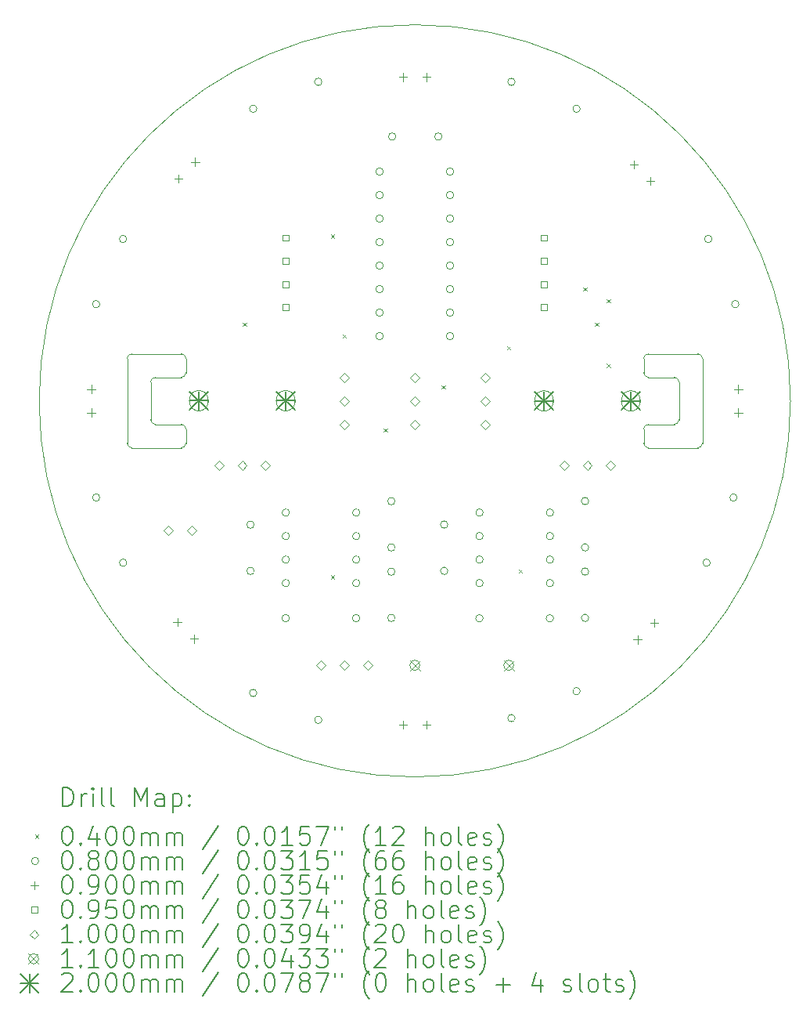
<source format=gbr>
%TF.GenerationSoftware,KiCad,Pcbnew,7.0.9*%
%TF.CreationDate,2023-12-01T15:39:26+01:00*%
%TF.ProjectId,christmas,63687269-7374-46d6-9173-2e6b69636164,rev?*%
%TF.SameCoordinates,Original*%
%TF.FileFunction,Drillmap*%
%TF.FilePolarity,Positive*%
%FSLAX45Y45*%
G04 Gerber Fmt 4.5, Leading zero omitted, Abs format (unit mm)*
G04 Created by KiCad (PCBNEW 7.0.9) date 2023-12-01 15:39:26*
%MOMM*%
%LPD*%
G01*
G04 APERTURE LIST*
%ADD10C,0.100000*%
%ADD11C,0.200000*%
%ADD12C,0.110000*%
G04 APERTURE END LIST*
D10*
X17766500Y-10414000D02*
G75*
G03*
X17716500Y-10464000I0J-50000D01*
G01*
X18301500Y-10668000D02*
G75*
G03*
X18351500Y-10618000I0J50000D01*
G01*
X18047500Y-10414000D02*
G75*
G03*
X18097500Y-10364000I0J50000D01*
G01*
X12713500Y-10668000D02*
X12178500Y-10668000D01*
X18351500Y-9702000D02*
G75*
G03*
X18301500Y-9652000I-50000J0D01*
G01*
X17766500Y-9652000D02*
X18301500Y-9652000D01*
X12128500Y-10618000D02*
X12128500Y-9702000D01*
X18047500Y-9906000D02*
X17766500Y-9906000D01*
X12432500Y-9906000D02*
G75*
G03*
X12382500Y-9956000I0J-50000D01*
G01*
X17716500Y-10618000D02*
G75*
G03*
X17766500Y-10668000I50000J0D01*
G01*
X18097500Y-9956000D02*
G75*
G03*
X18047500Y-9906000I-50000J0D01*
G01*
X12763500Y-9702000D02*
G75*
G03*
X12713500Y-9652000I-50000J0D01*
G01*
X12178500Y-9652000D02*
X12713500Y-9652000D01*
X17716500Y-9856000D02*
G75*
G03*
X17766500Y-9906000I50000J0D01*
G01*
X12763500Y-10464000D02*
X12763500Y-10618000D01*
X18351500Y-9702000D02*
X18351500Y-10618000D01*
X12382500Y-9956000D02*
X12382500Y-10364000D01*
X17716500Y-9856000D02*
X17716500Y-9702000D01*
X18097500Y-10364000D02*
X18097500Y-9956000D01*
X12763500Y-10464000D02*
G75*
G03*
X12713500Y-10414000I-50000J0D01*
G01*
X12713500Y-9906000D02*
G75*
G03*
X12763500Y-9856000I0J50000D01*
G01*
X12382500Y-10364000D02*
G75*
G03*
X12432500Y-10414000I50000J0D01*
G01*
X19304000Y-10160000D02*
G75*
G03*
X19304000Y-10160000I-4064000J0D01*
G01*
X12178500Y-9652000D02*
G75*
G03*
X12128500Y-9702000I0J-50000D01*
G01*
X17716500Y-10618000D02*
X17716500Y-10464000D01*
X12713500Y-9906000D02*
X12432500Y-9906000D01*
X12432500Y-10414000D02*
X12713500Y-10414000D01*
X12713500Y-10668000D02*
G75*
G03*
X12763500Y-10618000I0J50000D01*
G01*
X12128500Y-10618000D02*
G75*
G03*
X12178500Y-10668000I50000J0D01*
G01*
X12763500Y-9702000D02*
X12763500Y-9856000D01*
X18301500Y-10668000D02*
X17766500Y-10668000D01*
X17766500Y-10414000D02*
X18047500Y-10414000D01*
X17766500Y-9652000D02*
G75*
G03*
X17716500Y-9702000I0J-50000D01*
G01*
D11*
D10*
X13378500Y-9314500D02*
X13418500Y-9354500D01*
X13418500Y-9314500D02*
X13378500Y-9354500D01*
X14330396Y-8362604D02*
X14370396Y-8402604D01*
X14370396Y-8362604D02*
X14330396Y-8402604D01*
X14331000Y-12045000D02*
X14371000Y-12085000D01*
X14371000Y-12045000D02*
X14331000Y-12085000D01*
X14457896Y-9441396D02*
X14497896Y-9481396D01*
X14497896Y-9441396D02*
X14457896Y-9481396D01*
X14902500Y-10457500D02*
X14942500Y-10497500D01*
X14942500Y-10457500D02*
X14902500Y-10497500D01*
X15527202Y-9991261D02*
X15567202Y-10031261D01*
X15567202Y-9991261D02*
X15527202Y-10031261D01*
X16236000Y-9568500D02*
X16276000Y-9608500D01*
X16276000Y-9568500D02*
X16236000Y-9608500D01*
X16363000Y-11981500D02*
X16403000Y-12021500D01*
X16403000Y-11981500D02*
X16363000Y-12021500D01*
X17061500Y-8933500D02*
X17101500Y-8973500D01*
X17101500Y-8933500D02*
X17061500Y-8973500D01*
X17188500Y-9314500D02*
X17228500Y-9354500D01*
X17228500Y-9314500D02*
X17188500Y-9354500D01*
X17315500Y-9060500D02*
X17355500Y-9100500D01*
X17355500Y-9060500D02*
X17315500Y-9100500D01*
X17315500Y-9759000D02*
X17355500Y-9799000D01*
X17355500Y-9759000D02*
X17315500Y-9799000D01*
X11832198Y-9114998D02*
G75*
G03*
X11832198Y-9114998I-40000J0D01*
G01*
X11832198Y-11205002D02*
G75*
G03*
X11832198Y-11205002I-40000J0D01*
G01*
X12123802Y-8411002D02*
G75*
G03*
X12123802Y-8411002I-40000J0D01*
G01*
X12123802Y-11908998D02*
G75*
G03*
X12123802Y-11908998I-40000J0D01*
G01*
X13502000Y-11497500D02*
G75*
G03*
X13502000Y-11497500I-40000J0D01*
G01*
X13502000Y-11997500D02*
G75*
G03*
X13502000Y-11997500I-40000J0D01*
G01*
X13531002Y-7003802D02*
G75*
G03*
X13531002Y-7003802I-40000J0D01*
G01*
X13531002Y-13316198D02*
G75*
G03*
X13531002Y-13316198I-40000J0D01*
G01*
X13883000Y-12509500D02*
G75*
G03*
X13883000Y-12509500I-40000J0D01*
G01*
X13884000Y-11367500D02*
G75*
G03*
X13884000Y-11367500I-40000J0D01*
G01*
X13884000Y-11621500D02*
G75*
G03*
X13884000Y-11621500I-40000J0D01*
G01*
X13884000Y-11875500D02*
G75*
G03*
X13884000Y-11875500I-40000J0D01*
G01*
X13884000Y-12129500D02*
G75*
G03*
X13884000Y-12129500I-40000J0D01*
G01*
X14234998Y-6712198D02*
G75*
G03*
X14234998Y-6712198I-40000J0D01*
G01*
X14234998Y-13607802D02*
G75*
G03*
X14234998Y-13607802I-40000J0D01*
G01*
X14645000Y-12509500D02*
G75*
G03*
X14645000Y-12509500I-40000J0D01*
G01*
X14646000Y-11367500D02*
G75*
G03*
X14646000Y-11367500I-40000J0D01*
G01*
X14646000Y-11621500D02*
G75*
G03*
X14646000Y-11621500I-40000J0D01*
G01*
X14646000Y-11875500D02*
G75*
G03*
X14646000Y-11875500I-40000J0D01*
G01*
X14646000Y-12129500D02*
G75*
G03*
X14646000Y-12129500I-40000J0D01*
G01*
X14899000Y-7683500D02*
G75*
G03*
X14899000Y-7683500I-40000J0D01*
G01*
X14899000Y-7937500D02*
G75*
G03*
X14899000Y-7937500I-40000J0D01*
G01*
X14899000Y-8191500D02*
G75*
G03*
X14899000Y-8191500I-40000J0D01*
G01*
X14899000Y-8445500D02*
G75*
G03*
X14899000Y-8445500I-40000J0D01*
G01*
X14899000Y-8699500D02*
G75*
G03*
X14899000Y-8699500I-40000J0D01*
G01*
X14899000Y-8953500D02*
G75*
G03*
X14899000Y-8953500I-40000J0D01*
G01*
X14899000Y-9207500D02*
G75*
G03*
X14899000Y-9207500I-40000J0D01*
G01*
X14899000Y-9461500D02*
G75*
G03*
X14899000Y-9461500I-40000J0D01*
G01*
X15026000Y-11243500D02*
G75*
G03*
X15026000Y-11243500I-40000J0D01*
G01*
X15026000Y-11743500D02*
G75*
G03*
X15026000Y-11743500I-40000J0D01*
G01*
X15026000Y-12005500D02*
G75*
G03*
X15026000Y-12005500I-40000J0D01*
G01*
X15026000Y-12505500D02*
G75*
G03*
X15026000Y-12505500I-40000J0D01*
G01*
X15034500Y-7304000D02*
G75*
G03*
X15034500Y-7304000I-40000J0D01*
G01*
X15534500Y-7304000D02*
G75*
G03*
X15534500Y-7304000I-40000J0D01*
G01*
X15597500Y-11497500D02*
G75*
G03*
X15597500Y-11497500I-40000J0D01*
G01*
X15597500Y-11997500D02*
G75*
G03*
X15597500Y-11997500I-40000J0D01*
G01*
X15661000Y-7683500D02*
G75*
G03*
X15661000Y-7683500I-40000J0D01*
G01*
X15661000Y-7937500D02*
G75*
G03*
X15661000Y-7937500I-40000J0D01*
G01*
X15661000Y-8191500D02*
G75*
G03*
X15661000Y-8191500I-40000J0D01*
G01*
X15661000Y-8445500D02*
G75*
G03*
X15661000Y-8445500I-40000J0D01*
G01*
X15661000Y-8699500D02*
G75*
G03*
X15661000Y-8699500I-40000J0D01*
G01*
X15661000Y-8953500D02*
G75*
G03*
X15661000Y-8953500I-40000J0D01*
G01*
X15661000Y-9207500D02*
G75*
G03*
X15661000Y-9207500I-40000J0D01*
G01*
X15661000Y-9461500D02*
G75*
G03*
X15661000Y-9461500I-40000J0D01*
G01*
X15978500Y-12509500D02*
G75*
G03*
X15978500Y-12509500I-40000J0D01*
G01*
X15979500Y-11367500D02*
G75*
G03*
X15979500Y-11367500I-40000J0D01*
G01*
X15979500Y-11621500D02*
G75*
G03*
X15979500Y-11621500I-40000J0D01*
G01*
X15979500Y-11875500D02*
G75*
G03*
X15979500Y-11875500I-40000J0D01*
G01*
X15979500Y-12129500D02*
G75*
G03*
X15979500Y-12129500I-40000J0D01*
G01*
X16325002Y-6712198D02*
G75*
G03*
X16325002Y-6712198I-40000J0D01*
G01*
X16325002Y-13589000D02*
G75*
G03*
X16325002Y-13589000I-40000J0D01*
G01*
X16740500Y-12509500D02*
G75*
G03*
X16740500Y-12509500I-40000J0D01*
G01*
X16741500Y-11367500D02*
G75*
G03*
X16741500Y-11367500I-40000J0D01*
G01*
X16741500Y-11621500D02*
G75*
G03*
X16741500Y-11621500I-40000J0D01*
G01*
X16741500Y-11875500D02*
G75*
G03*
X16741500Y-11875500I-40000J0D01*
G01*
X16741500Y-12129500D02*
G75*
G03*
X16741500Y-12129500I-40000J0D01*
G01*
X17028998Y-7003802D02*
G75*
G03*
X17028998Y-7003802I-40000J0D01*
G01*
X17028998Y-13297395D02*
G75*
G03*
X17028998Y-13297395I-40000J0D01*
G01*
X17121500Y-11243500D02*
G75*
G03*
X17121500Y-11243500I-40000J0D01*
G01*
X17121500Y-11743500D02*
G75*
G03*
X17121500Y-11743500I-40000J0D01*
G01*
X17121500Y-12005500D02*
G75*
G03*
X17121500Y-12005500I-40000J0D01*
G01*
X17121500Y-12505500D02*
G75*
G03*
X17121500Y-12505500I-40000J0D01*
G01*
X18436198Y-11908998D02*
G75*
G03*
X18436198Y-11908998I-40000J0D01*
G01*
X18455000Y-8411002D02*
G75*
G03*
X18455000Y-8411002I-40000J0D01*
G01*
X18727802Y-11205002D02*
G75*
G03*
X18727802Y-11205002I-40000J0D01*
G01*
X18746605Y-9114998D02*
G75*
G03*
X18746605Y-9114998I-40000J0D01*
G01*
X11740000Y-9988000D02*
X11740000Y-10078000D01*
X11695000Y-10033000D02*
X11785000Y-10033000D01*
X11740000Y-10242000D02*
X11740000Y-10332000D01*
X11695000Y-10287000D02*
X11785000Y-10287000D01*
X12671241Y-12507082D02*
X12671241Y-12597082D01*
X12626241Y-12552082D02*
X12716241Y-12552082D01*
X12683832Y-7712394D02*
X12683832Y-7802394D01*
X12638832Y-7757394D02*
X12728832Y-7757394D01*
X12850846Y-12686687D02*
X12850846Y-12776687D01*
X12805846Y-12731687D02*
X12895846Y-12731687D01*
X12863437Y-7532789D02*
X12863437Y-7622789D01*
X12818437Y-7577789D02*
X12908437Y-7577789D01*
X15113000Y-6615000D02*
X15113000Y-6705000D01*
X15068000Y-6660000D02*
X15158000Y-6660000D01*
X15113000Y-13615000D02*
X15113000Y-13705000D01*
X15068000Y-13660000D02*
X15158000Y-13660000D01*
X15367000Y-6615000D02*
X15367000Y-6705000D01*
X15322000Y-6660000D02*
X15412000Y-6660000D01*
X15367000Y-13615000D02*
X15367000Y-13705000D01*
X15322000Y-13660000D02*
X15412000Y-13660000D01*
X17609423Y-7559872D02*
X17609423Y-7649872D01*
X17564423Y-7604872D02*
X17654423Y-7604872D01*
X17650048Y-12694765D02*
X17650048Y-12784765D01*
X17605048Y-12739765D02*
X17695048Y-12739765D01*
X17789028Y-7739478D02*
X17789028Y-7829478D01*
X17744028Y-7784478D02*
X17834028Y-7784478D01*
X17829653Y-12515160D02*
X17829653Y-12605160D01*
X17784653Y-12560160D02*
X17874653Y-12560160D01*
X18740000Y-9988000D02*
X18740000Y-10078000D01*
X18695000Y-10033000D02*
X18785000Y-10033000D01*
X18740000Y-10242000D02*
X18740000Y-10332000D01*
X18695000Y-10287000D02*
X18785000Y-10287000D01*
X13876588Y-8431588D02*
X13876588Y-8364412D01*
X13809412Y-8364412D01*
X13809412Y-8431588D01*
X13876588Y-8431588D01*
X13876588Y-8681588D02*
X13876588Y-8614412D01*
X13809412Y-8614412D01*
X13809412Y-8681588D01*
X13876588Y-8681588D01*
X13876588Y-8931588D02*
X13876588Y-8864412D01*
X13809412Y-8864412D01*
X13809412Y-8931588D01*
X13876588Y-8931588D01*
X13876588Y-9181588D02*
X13876588Y-9114412D01*
X13809412Y-9114412D01*
X13809412Y-9181588D01*
X13876588Y-9181588D01*
X16670588Y-8431588D02*
X16670588Y-8364412D01*
X16603412Y-8364412D01*
X16603412Y-8431588D01*
X16670588Y-8431588D01*
X16670588Y-8681588D02*
X16670588Y-8614412D01*
X16603412Y-8614412D01*
X16603412Y-8681588D01*
X16670588Y-8681588D01*
X16670588Y-8931588D02*
X16670588Y-8864412D01*
X16603412Y-8864412D01*
X16603412Y-8931588D01*
X16670588Y-8931588D01*
X16670588Y-9181588D02*
X16670588Y-9114412D01*
X16603412Y-9114412D01*
X16603412Y-9181588D01*
X16670588Y-9181588D01*
X12573000Y-11607000D02*
X12623000Y-11557000D01*
X12573000Y-11507000D01*
X12523000Y-11557000D01*
X12573000Y-11607000D01*
X12827000Y-11607000D02*
X12877000Y-11557000D01*
X12827000Y-11507000D01*
X12777000Y-11557000D01*
X12827000Y-11607000D01*
X13123000Y-10908500D02*
X13173000Y-10858500D01*
X13123000Y-10808500D01*
X13073000Y-10858500D01*
X13123000Y-10908500D01*
X13373000Y-10908500D02*
X13423000Y-10858500D01*
X13373000Y-10808500D01*
X13323000Y-10858500D01*
X13373000Y-10908500D01*
X13623000Y-10908500D02*
X13673000Y-10858500D01*
X13623000Y-10808500D01*
X13573000Y-10858500D01*
X13623000Y-10908500D01*
X14224000Y-13067500D02*
X14274000Y-13017500D01*
X14224000Y-12967500D01*
X14174000Y-13017500D01*
X14224000Y-13067500D01*
X14478000Y-9956000D02*
X14528000Y-9906000D01*
X14478000Y-9856000D01*
X14428000Y-9906000D01*
X14478000Y-9956000D01*
X14478000Y-10210000D02*
X14528000Y-10160000D01*
X14478000Y-10110000D01*
X14428000Y-10160000D01*
X14478000Y-10210000D01*
X14478000Y-10464000D02*
X14528000Y-10414000D01*
X14478000Y-10364000D01*
X14428000Y-10414000D01*
X14478000Y-10464000D01*
X14478000Y-13067500D02*
X14528000Y-13017500D01*
X14478000Y-12967500D01*
X14428000Y-13017500D01*
X14478000Y-13067500D01*
X14732000Y-13067500D02*
X14782000Y-13017500D01*
X14732000Y-12967500D01*
X14682000Y-13017500D01*
X14732000Y-13067500D01*
X15240000Y-9956000D02*
X15290000Y-9906000D01*
X15240000Y-9856000D01*
X15190000Y-9906000D01*
X15240000Y-9956000D01*
X15240000Y-10210000D02*
X15290000Y-10160000D01*
X15240000Y-10110000D01*
X15190000Y-10160000D01*
X15240000Y-10210000D01*
X15240000Y-10464000D02*
X15290000Y-10414000D01*
X15240000Y-10364000D01*
X15190000Y-10414000D01*
X15240000Y-10464000D01*
X16002000Y-9956000D02*
X16052000Y-9906000D01*
X16002000Y-9856000D01*
X15952000Y-9906000D01*
X16002000Y-9956000D01*
X16002000Y-10210000D02*
X16052000Y-10160000D01*
X16002000Y-10110000D01*
X15952000Y-10160000D01*
X16002000Y-10210000D01*
X16002000Y-10464000D02*
X16052000Y-10414000D01*
X16002000Y-10364000D01*
X15952000Y-10414000D01*
X16002000Y-10464000D01*
X16857000Y-10910000D02*
X16907000Y-10860000D01*
X16857000Y-10810000D01*
X16807000Y-10860000D01*
X16857000Y-10910000D01*
X17107000Y-10910000D02*
X17157000Y-10860000D01*
X17107000Y-10810000D01*
X17057000Y-10860000D01*
X17107000Y-10910000D01*
X17357000Y-10910000D02*
X17407000Y-10860000D01*
X17357000Y-10810000D01*
X17307000Y-10860000D01*
X17357000Y-10910000D01*
D12*
X15185000Y-12962500D02*
X15295000Y-13072500D01*
X15295000Y-12962500D02*
X15185000Y-13072500D01*
X15295000Y-13017500D02*
G75*
G03*
X15295000Y-13017500I-55000J0D01*
G01*
X16201000Y-12962500D02*
X16311000Y-13072500D01*
X16311000Y-12962500D02*
X16201000Y-13072500D01*
X16311000Y-13017500D02*
G75*
G03*
X16311000Y-13017500I-55000J0D01*
G01*
D11*
X12803000Y-10058500D02*
X13003000Y-10258500D01*
X13003000Y-10058500D02*
X12803000Y-10258500D01*
X12903000Y-10058500D02*
X12903000Y-10258500D01*
X12803000Y-10158500D02*
X13003000Y-10158500D01*
D10*
X12803000Y-10148500D02*
X12803000Y-10168500D01*
X12803000Y-10168500D02*
G75*
G03*
X13003000Y-10168500I100000J0D01*
G01*
X13003000Y-10168500D02*
X13003000Y-10148500D01*
X13003000Y-10148500D02*
G75*
G03*
X12803000Y-10148500I-100000J0D01*
G01*
D11*
X13743000Y-10058500D02*
X13943000Y-10258500D01*
X13943000Y-10058500D02*
X13743000Y-10258500D01*
X13843000Y-10058500D02*
X13843000Y-10258500D01*
X13743000Y-10158500D02*
X13943000Y-10158500D01*
D10*
X13743000Y-10148500D02*
X13743000Y-10168500D01*
X13743000Y-10168500D02*
G75*
G03*
X13943000Y-10168500I100000J0D01*
G01*
X13943000Y-10168500D02*
X13943000Y-10148500D01*
X13943000Y-10148500D02*
G75*
G03*
X13743000Y-10148500I-100000J0D01*
G01*
D11*
X16537000Y-10060000D02*
X16737000Y-10260000D01*
X16737000Y-10060000D02*
X16537000Y-10260000D01*
X16637000Y-10060000D02*
X16637000Y-10260000D01*
X16537000Y-10160000D02*
X16737000Y-10160000D01*
D10*
X16537000Y-10150000D02*
X16537000Y-10170000D01*
X16537000Y-10170000D02*
G75*
G03*
X16737000Y-10170000I100000J0D01*
G01*
X16737000Y-10170000D02*
X16737000Y-10150000D01*
X16737000Y-10150000D02*
G75*
G03*
X16537000Y-10150000I-100000J0D01*
G01*
D11*
X17477000Y-10060000D02*
X17677000Y-10260000D01*
X17677000Y-10060000D02*
X17477000Y-10260000D01*
X17577000Y-10060000D02*
X17577000Y-10260000D01*
X17477000Y-10160000D02*
X17677000Y-10160000D01*
D10*
X17477000Y-10150000D02*
X17477000Y-10170000D01*
X17477000Y-10170000D02*
G75*
G03*
X17677000Y-10170000I100000J0D01*
G01*
X17677000Y-10170000D02*
X17677000Y-10150000D01*
X17677000Y-10150000D02*
G75*
G03*
X17477000Y-10150000I-100000J0D01*
G01*
D11*
X11431777Y-14540484D02*
X11431777Y-14340484D01*
X11431777Y-14340484D02*
X11479396Y-14340484D01*
X11479396Y-14340484D02*
X11507967Y-14350008D01*
X11507967Y-14350008D02*
X11527015Y-14369055D01*
X11527015Y-14369055D02*
X11536539Y-14388103D01*
X11536539Y-14388103D02*
X11546062Y-14426198D01*
X11546062Y-14426198D02*
X11546062Y-14454769D01*
X11546062Y-14454769D02*
X11536539Y-14492865D01*
X11536539Y-14492865D02*
X11527015Y-14511912D01*
X11527015Y-14511912D02*
X11507967Y-14530960D01*
X11507967Y-14530960D02*
X11479396Y-14540484D01*
X11479396Y-14540484D02*
X11431777Y-14540484D01*
X11631777Y-14540484D02*
X11631777Y-14407150D01*
X11631777Y-14445246D02*
X11641301Y-14426198D01*
X11641301Y-14426198D02*
X11650824Y-14416674D01*
X11650824Y-14416674D02*
X11669872Y-14407150D01*
X11669872Y-14407150D02*
X11688920Y-14407150D01*
X11755586Y-14540484D02*
X11755586Y-14407150D01*
X11755586Y-14340484D02*
X11746062Y-14350008D01*
X11746062Y-14350008D02*
X11755586Y-14359531D01*
X11755586Y-14359531D02*
X11765110Y-14350008D01*
X11765110Y-14350008D02*
X11755586Y-14340484D01*
X11755586Y-14340484D02*
X11755586Y-14359531D01*
X11879396Y-14540484D02*
X11860348Y-14530960D01*
X11860348Y-14530960D02*
X11850824Y-14511912D01*
X11850824Y-14511912D02*
X11850824Y-14340484D01*
X11984158Y-14540484D02*
X11965110Y-14530960D01*
X11965110Y-14530960D02*
X11955586Y-14511912D01*
X11955586Y-14511912D02*
X11955586Y-14340484D01*
X12212729Y-14540484D02*
X12212729Y-14340484D01*
X12212729Y-14340484D02*
X12279396Y-14483341D01*
X12279396Y-14483341D02*
X12346062Y-14340484D01*
X12346062Y-14340484D02*
X12346062Y-14540484D01*
X12527015Y-14540484D02*
X12527015Y-14435722D01*
X12527015Y-14435722D02*
X12517491Y-14416674D01*
X12517491Y-14416674D02*
X12498443Y-14407150D01*
X12498443Y-14407150D02*
X12460348Y-14407150D01*
X12460348Y-14407150D02*
X12441301Y-14416674D01*
X12527015Y-14530960D02*
X12507967Y-14540484D01*
X12507967Y-14540484D02*
X12460348Y-14540484D01*
X12460348Y-14540484D02*
X12441301Y-14530960D01*
X12441301Y-14530960D02*
X12431777Y-14511912D01*
X12431777Y-14511912D02*
X12431777Y-14492865D01*
X12431777Y-14492865D02*
X12441301Y-14473817D01*
X12441301Y-14473817D02*
X12460348Y-14464293D01*
X12460348Y-14464293D02*
X12507967Y-14464293D01*
X12507967Y-14464293D02*
X12527015Y-14454769D01*
X12622253Y-14407150D02*
X12622253Y-14607150D01*
X12622253Y-14416674D02*
X12641301Y-14407150D01*
X12641301Y-14407150D02*
X12679396Y-14407150D01*
X12679396Y-14407150D02*
X12698443Y-14416674D01*
X12698443Y-14416674D02*
X12707967Y-14426198D01*
X12707967Y-14426198D02*
X12717491Y-14445246D01*
X12717491Y-14445246D02*
X12717491Y-14502388D01*
X12717491Y-14502388D02*
X12707967Y-14521436D01*
X12707967Y-14521436D02*
X12698443Y-14530960D01*
X12698443Y-14530960D02*
X12679396Y-14540484D01*
X12679396Y-14540484D02*
X12641301Y-14540484D01*
X12641301Y-14540484D02*
X12622253Y-14530960D01*
X12803205Y-14521436D02*
X12812729Y-14530960D01*
X12812729Y-14530960D02*
X12803205Y-14540484D01*
X12803205Y-14540484D02*
X12793682Y-14530960D01*
X12793682Y-14530960D02*
X12803205Y-14521436D01*
X12803205Y-14521436D02*
X12803205Y-14540484D01*
X12803205Y-14416674D02*
X12812729Y-14426198D01*
X12812729Y-14426198D02*
X12803205Y-14435722D01*
X12803205Y-14435722D02*
X12793682Y-14426198D01*
X12793682Y-14426198D02*
X12803205Y-14416674D01*
X12803205Y-14416674D02*
X12803205Y-14435722D01*
D10*
X11131000Y-14849000D02*
X11171000Y-14889000D01*
X11171000Y-14849000D02*
X11131000Y-14889000D01*
D11*
X11469872Y-14760484D02*
X11488920Y-14760484D01*
X11488920Y-14760484D02*
X11507967Y-14770008D01*
X11507967Y-14770008D02*
X11517491Y-14779531D01*
X11517491Y-14779531D02*
X11527015Y-14798579D01*
X11527015Y-14798579D02*
X11536539Y-14836674D01*
X11536539Y-14836674D02*
X11536539Y-14884293D01*
X11536539Y-14884293D02*
X11527015Y-14922388D01*
X11527015Y-14922388D02*
X11517491Y-14941436D01*
X11517491Y-14941436D02*
X11507967Y-14950960D01*
X11507967Y-14950960D02*
X11488920Y-14960484D01*
X11488920Y-14960484D02*
X11469872Y-14960484D01*
X11469872Y-14960484D02*
X11450824Y-14950960D01*
X11450824Y-14950960D02*
X11441301Y-14941436D01*
X11441301Y-14941436D02*
X11431777Y-14922388D01*
X11431777Y-14922388D02*
X11422253Y-14884293D01*
X11422253Y-14884293D02*
X11422253Y-14836674D01*
X11422253Y-14836674D02*
X11431777Y-14798579D01*
X11431777Y-14798579D02*
X11441301Y-14779531D01*
X11441301Y-14779531D02*
X11450824Y-14770008D01*
X11450824Y-14770008D02*
X11469872Y-14760484D01*
X11622253Y-14941436D02*
X11631777Y-14950960D01*
X11631777Y-14950960D02*
X11622253Y-14960484D01*
X11622253Y-14960484D02*
X11612729Y-14950960D01*
X11612729Y-14950960D02*
X11622253Y-14941436D01*
X11622253Y-14941436D02*
X11622253Y-14960484D01*
X11803205Y-14827150D02*
X11803205Y-14960484D01*
X11755586Y-14750960D02*
X11707967Y-14893817D01*
X11707967Y-14893817D02*
X11831777Y-14893817D01*
X11946062Y-14760484D02*
X11965110Y-14760484D01*
X11965110Y-14760484D02*
X11984158Y-14770008D01*
X11984158Y-14770008D02*
X11993682Y-14779531D01*
X11993682Y-14779531D02*
X12003205Y-14798579D01*
X12003205Y-14798579D02*
X12012729Y-14836674D01*
X12012729Y-14836674D02*
X12012729Y-14884293D01*
X12012729Y-14884293D02*
X12003205Y-14922388D01*
X12003205Y-14922388D02*
X11993682Y-14941436D01*
X11993682Y-14941436D02*
X11984158Y-14950960D01*
X11984158Y-14950960D02*
X11965110Y-14960484D01*
X11965110Y-14960484D02*
X11946062Y-14960484D01*
X11946062Y-14960484D02*
X11927015Y-14950960D01*
X11927015Y-14950960D02*
X11917491Y-14941436D01*
X11917491Y-14941436D02*
X11907967Y-14922388D01*
X11907967Y-14922388D02*
X11898443Y-14884293D01*
X11898443Y-14884293D02*
X11898443Y-14836674D01*
X11898443Y-14836674D02*
X11907967Y-14798579D01*
X11907967Y-14798579D02*
X11917491Y-14779531D01*
X11917491Y-14779531D02*
X11927015Y-14770008D01*
X11927015Y-14770008D02*
X11946062Y-14760484D01*
X12136539Y-14760484D02*
X12155586Y-14760484D01*
X12155586Y-14760484D02*
X12174634Y-14770008D01*
X12174634Y-14770008D02*
X12184158Y-14779531D01*
X12184158Y-14779531D02*
X12193682Y-14798579D01*
X12193682Y-14798579D02*
X12203205Y-14836674D01*
X12203205Y-14836674D02*
X12203205Y-14884293D01*
X12203205Y-14884293D02*
X12193682Y-14922388D01*
X12193682Y-14922388D02*
X12184158Y-14941436D01*
X12184158Y-14941436D02*
X12174634Y-14950960D01*
X12174634Y-14950960D02*
X12155586Y-14960484D01*
X12155586Y-14960484D02*
X12136539Y-14960484D01*
X12136539Y-14960484D02*
X12117491Y-14950960D01*
X12117491Y-14950960D02*
X12107967Y-14941436D01*
X12107967Y-14941436D02*
X12098443Y-14922388D01*
X12098443Y-14922388D02*
X12088920Y-14884293D01*
X12088920Y-14884293D02*
X12088920Y-14836674D01*
X12088920Y-14836674D02*
X12098443Y-14798579D01*
X12098443Y-14798579D02*
X12107967Y-14779531D01*
X12107967Y-14779531D02*
X12117491Y-14770008D01*
X12117491Y-14770008D02*
X12136539Y-14760484D01*
X12288920Y-14960484D02*
X12288920Y-14827150D01*
X12288920Y-14846198D02*
X12298443Y-14836674D01*
X12298443Y-14836674D02*
X12317491Y-14827150D01*
X12317491Y-14827150D02*
X12346063Y-14827150D01*
X12346063Y-14827150D02*
X12365110Y-14836674D01*
X12365110Y-14836674D02*
X12374634Y-14855722D01*
X12374634Y-14855722D02*
X12374634Y-14960484D01*
X12374634Y-14855722D02*
X12384158Y-14836674D01*
X12384158Y-14836674D02*
X12403205Y-14827150D01*
X12403205Y-14827150D02*
X12431777Y-14827150D01*
X12431777Y-14827150D02*
X12450824Y-14836674D01*
X12450824Y-14836674D02*
X12460348Y-14855722D01*
X12460348Y-14855722D02*
X12460348Y-14960484D01*
X12555586Y-14960484D02*
X12555586Y-14827150D01*
X12555586Y-14846198D02*
X12565110Y-14836674D01*
X12565110Y-14836674D02*
X12584158Y-14827150D01*
X12584158Y-14827150D02*
X12612729Y-14827150D01*
X12612729Y-14827150D02*
X12631777Y-14836674D01*
X12631777Y-14836674D02*
X12641301Y-14855722D01*
X12641301Y-14855722D02*
X12641301Y-14960484D01*
X12641301Y-14855722D02*
X12650824Y-14836674D01*
X12650824Y-14836674D02*
X12669872Y-14827150D01*
X12669872Y-14827150D02*
X12698443Y-14827150D01*
X12698443Y-14827150D02*
X12717491Y-14836674D01*
X12717491Y-14836674D02*
X12727015Y-14855722D01*
X12727015Y-14855722D02*
X12727015Y-14960484D01*
X13117491Y-14750960D02*
X12946063Y-15008103D01*
X13374634Y-14760484D02*
X13393682Y-14760484D01*
X13393682Y-14760484D02*
X13412729Y-14770008D01*
X13412729Y-14770008D02*
X13422253Y-14779531D01*
X13422253Y-14779531D02*
X13431777Y-14798579D01*
X13431777Y-14798579D02*
X13441301Y-14836674D01*
X13441301Y-14836674D02*
X13441301Y-14884293D01*
X13441301Y-14884293D02*
X13431777Y-14922388D01*
X13431777Y-14922388D02*
X13422253Y-14941436D01*
X13422253Y-14941436D02*
X13412729Y-14950960D01*
X13412729Y-14950960D02*
X13393682Y-14960484D01*
X13393682Y-14960484D02*
X13374634Y-14960484D01*
X13374634Y-14960484D02*
X13355586Y-14950960D01*
X13355586Y-14950960D02*
X13346063Y-14941436D01*
X13346063Y-14941436D02*
X13336539Y-14922388D01*
X13336539Y-14922388D02*
X13327015Y-14884293D01*
X13327015Y-14884293D02*
X13327015Y-14836674D01*
X13327015Y-14836674D02*
X13336539Y-14798579D01*
X13336539Y-14798579D02*
X13346063Y-14779531D01*
X13346063Y-14779531D02*
X13355586Y-14770008D01*
X13355586Y-14770008D02*
X13374634Y-14760484D01*
X13527015Y-14941436D02*
X13536539Y-14950960D01*
X13536539Y-14950960D02*
X13527015Y-14960484D01*
X13527015Y-14960484D02*
X13517491Y-14950960D01*
X13517491Y-14950960D02*
X13527015Y-14941436D01*
X13527015Y-14941436D02*
X13527015Y-14960484D01*
X13660348Y-14760484D02*
X13679396Y-14760484D01*
X13679396Y-14760484D02*
X13698444Y-14770008D01*
X13698444Y-14770008D02*
X13707967Y-14779531D01*
X13707967Y-14779531D02*
X13717491Y-14798579D01*
X13717491Y-14798579D02*
X13727015Y-14836674D01*
X13727015Y-14836674D02*
X13727015Y-14884293D01*
X13727015Y-14884293D02*
X13717491Y-14922388D01*
X13717491Y-14922388D02*
X13707967Y-14941436D01*
X13707967Y-14941436D02*
X13698444Y-14950960D01*
X13698444Y-14950960D02*
X13679396Y-14960484D01*
X13679396Y-14960484D02*
X13660348Y-14960484D01*
X13660348Y-14960484D02*
X13641301Y-14950960D01*
X13641301Y-14950960D02*
X13631777Y-14941436D01*
X13631777Y-14941436D02*
X13622253Y-14922388D01*
X13622253Y-14922388D02*
X13612729Y-14884293D01*
X13612729Y-14884293D02*
X13612729Y-14836674D01*
X13612729Y-14836674D02*
X13622253Y-14798579D01*
X13622253Y-14798579D02*
X13631777Y-14779531D01*
X13631777Y-14779531D02*
X13641301Y-14770008D01*
X13641301Y-14770008D02*
X13660348Y-14760484D01*
X13917491Y-14960484D02*
X13803206Y-14960484D01*
X13860348Y-14960484D02*
X13860348Y-14760484D01*
X13860348Y-14760484D02*
X13841301Y-14789055D01*
X13841301Y-14789055D02*
X13822253Y-14808103D01*
X13822253Y-14808103D02*
X13803206Y-14817627D01*
X14098444Y-14760484D02*
X14003206Y-14760484D01*
X14003206Y-14760484D02*
X13993682Y-14855722D01*
X13993682Y-14855722D02*
X14003206Y-14846198D01*
X14003206Y-14846198D02*
X14022253Y-14836674D01*
X14022253Y-14836674D02*
X14069872Y-14836674D01*
X14069872Y-14836674D02*
X14088920Y-14846198D01*
X14088920Y-14846198D02*
X14098444Y-14855722D01*
X14098444Y-14855722D02*
X14107967Y-14874769D01*
X14107967Y-14874769D02*
X14107967Y-14922388D01*
X14107967Y-14922388D02*
X14098444Y-14941436D01*
X14098444Y-14941436D02*
X14088920Y-14950960D01*
X14088920Y-14950960D02*
X14069872Y-14960484D01*
X14069872Y-14960484D02*
X14022253Y-14960484D01*
X14022253Y-14960484D02*
X14003206Y-14950960D01*
X14003206Y-14950960D02*
X13993682Y-14941436D01*
X14174634Y-14760484D02*
X14307967Y-14760484D01*
X14307967Y-14760484D02*
X14222253Y-14960484D01*
X14374634Y-14760484D02*
X14374634Y-14798579D01*
X14450825Y-14760484D02*
X14450825Y-14798579D01*
X14746063Y-15036674D02*
X14736539Y-15027150D01*
X14736539Y-15027150D02*
X14717491Y-14998579D01*
X14717491Y-14998579D02*
X14707968Y-14979531D01*
X14707968Y-14979531D02*
X14698444Y-14950960D01*
X14698444Y-14950960D02*
X14688920Y-14903341D01*
X14688920Y-14903341D02*
X14688920Y-14865246D01*
X14688920Y-14865246D02*
X14698444Y-14817627D01*
X14698444Y-14817627D02*
X14707968Y-14789055D01*
X14707968Y-14789055D02*
X14717491Y-14770008D01*
X14717491Y-14770008D02*
X14736539Y-14741436D01*
X14736539Y-14741436D02*
X14746063Y-14731912D01*
X14927015Y-14960484D02*
X14812729Y-14960484D01*
X14869872Y-14960484D02*
X14869872Y-14760484D01*
X14869872Y-14760484D02*
X14850825Y-14789055D01*
X14850825Y-14789055D02*
X14831777Y-14808103D01*
X14831777Y-14808103D02*
X14812729Y-14817627D01*
X15003206Y-14779531D02*
X15012729Y-14770008D01*
X15012729Y-14770008D02*
X15031777Y-14760484D01*
X15031777Y-14760484D02*
X15079396Y-14760484D01*
X15079396Y-14760484D02*
X15098444Y-14770008D01*
X15098444Y-14770008D02*
X15107968Y-14779531D01*
X15107968Y-14779531D02*
X15117491Y-14798579D01*
X15117491Y-14798579D02*
X15117491Y-14817627D01*
X15117491Y-14817627D02*
X15107968Y-14846198D01*
X15107968Y-14846198D02*
X14993682Y-14960484D01*
X14993682Y-14960484D02*
X15117491Y-14960484D01*
X15355587Y-14960484D02*
X15355587Y-14760484D01*
X15441301Y-14960484D02*
X15441301Y-14855722D01*
X15441301Y-14855722D02*
X15431777Y-14836674D01*
X15431777Y-14836674D02*
X15412730Y-14827150D01*
X15412730Y-14827150D02*
X15384158Y-14827150D01*
X15384158Y-14827150D02*
X15365110Y-14836674D01*
X15365110Y-14836674D02*
X15355587Y-14846198D01*
X15565110Y-14960484D02*
X15546063Y-14950960D01*
X15546063Y-14950960D02*
X15536539Y-14941436D01*
X15536539Y-14941436D02*
X15527015Y-14922388D01*
X15527015Y-14922388D02*
X15527015Y-14865246D01*
X15527015Y-14865246D02*
X15536539Y-14846198D01*
X15536539Y-14846198D02*
X15546063Y-14836674D01*
X15546063Y-14836674D02*
X15565110Y-14827150D01*
X15565110Y-14827150D02*
X15593682Y-14827150D01*
X15593682Y-14827150D02*
X15612730Y-14836674D01*
X15612730Y-14836674D02*
X15622253Y-14846198D01*
X15622253Y-14846198D02*
X15631777Y-14865246D01*
X15631777Y-14865246D02*
X15631777Y-14922388D01*
X15631777Y-14922388D02*
X15622253Y-14941436D01*
X15622253Y-14941436D02*
X15612730Y-14950960D01*
X15612730Y-14950960D02*
X15593682Y-14960484D01*
X15593682Y-14960484D02*
X15565110Y-14960484D01*
X15746063Y-14960484D02*
X15727015Y-14950960D01*
X15727015Y-14950960D02*
X15717491Y-14931912D01*
X15717491Y-14931912D02*
X15717491Y-14760484D01*
X15898444Y-14950960D02*
X15879396Y-14960484D01*
X15879396Y-14960484D02*
X15841301Y-14960484D01*
X15841301Y-14960484D02*
X15822253Y-14950960D01*
X15822253Y-14950960D02*
X15812730Y-14931912D01*
X15812730Y-14931912D02*
X15812730Y-14855722D01*
X15812730Y-14855722D02*
X15822253Y-14836674D01*
X15822253Y-14836674D02*
X15841301Y-14827150D01*
X15841301Y-14827150D02*
X15879396Y-14827150D01*
X15879396Y-14827150D02*
X15898444Y-14836674D01*
X15898444Y-14836674D02*
X15907968Y-14855722D01*
X15907968Y-14855722D02*
X15907968Y-14874769D01*
X15907968Y-14874769D02*
X15812730Y-14893817D01*
X15984158Y-14950960D02*
X16003206Y-14960484D01*
X16003206Y-14960484D02*
X16041301Y-14960484D01*
X16041301Y-14960484D02*
X16060349Y-14950960D01*
X16060349Y-14950960D02*
X16069872Y-14931912D01*
X16069872Y-14931912D02*
X16069872Y-14922388D01*
X16069872Y-14922388D02*
X16060349Y-14903341D01*
X16060349Y-14903341D02*
X16041301Y-14893817D01*
X16041301Y-14893817D02*
X16012730Y-14893817D01*
X16012730Y-14893817D02*
X15993682Y-14884293D01*
X15993682Y-14884293D02*
X15984158Y-14865246D01*
X15984158Y-14865246D02*
X15984158Y-14855722D01*
X15984158Y-14855722D02*
X15993682Y-14836674D01*
X15993682Y-14836674D02*
X16012730Y-14827150D01*
X16012730Y-14827150D02*
X16041301Y-14827150D01*
X16041301Y-14827150D02*
X16060349Y-14836674D01*
X16136539Y-15036674D02*
X16146063Y-15027150D01*
X16146063Y-15027150D02*
X16165111Y-14998579D01*
X16165111Y-14998579D02*
X16174634Y-14979531D01*
X16174634Y-14979531D02*
X16184158Y-14950960D01*
X16184158Y-14950960D02*
X16193682Y-14903341D01*
X16193682Y-14903341D02*
X16193682Y-14865246D01*
X16193682Y-14865246D02*
X16184158Y-14817627D01*
X16184158Y-14817627D02*
X16174634Y-14789055D01*
X16174634Y-14789055D02*
X16165111Y-14770008D01*
X16165111Y-14770008D02*
X16146063Y-14741436D01*
X16146063Y-14741436D02*
X16136539Y-14731912D01*
D10*
X11171000Y-15133000D02*
G75*
G03*
X11171000Y-15133000I-40000J0D01*
G01*
D11*
X11469872Y-15024484D02*
X11488920Y-15024484D01*
X11488920Y-15024484D02*
X11507967Y-15034008D01*
X11507967Y-15034008D02*
X11517491Y-15043531D01*
X11517491Y-15043531D02*
X11527015Y-15062579D01*
X11527015Y-15062579D02*
X11536539Y-15100674D01*
X11536539Y-15100674D02*
X11536539Y-15148293D01*
X11536539Y-15148293D02*
X11527015Y-15186388D01*
X11527015Y-15186388D02*
X11517491Y-15205436D01*
X11517491Y-15205436D02*
X11507967Y-15214960D01*
X11507967Y-15214960D02*
X11488920Y-15224484D01*
X11488920Y-15224484D02*
X11469872Y-15224484D01*
X11469872Y-15224484D02*
X11450824Y-15214960D01*
X11450824Y-15214960D02*
X11441301Y-15205436D01*
X11441301Y-15205436D02*
X11431777Y-15186388D01*
X11431777Y-15186388D02*
X11422253Y-15148293D01*
X11422253Y-15148293D02*
X11422253Y-15100674D01*
X11422253Y-15100674D02*
X11431777Y-15062579D01*
X11431777Y-15062579D02*
X11441301Y-15043531D01*
X11441301Y-15043531D02*
X11450824Y-15034008D01*
X11450824Y-15034008D02*
X11469872Y-15024484D01*
X11622253Y-15205436D02*
X11631777Y-15214960D01*
X11631777Y-15214960D02*
X11622253Y-15224484D01*
X11622253Y-15224484D02*
X11612729Y-15214960D01*
X11612729Y-15214960D02*
X11622253Y-15205436D01*
X11622253Y-15205436D02*
X11622253Y-15224484D01*
X11746062Y-15110198D02*
X11727015Y-15100674D01*
X11727015Y-15100674D02*
X11717491Y-15091150D01*
X11717491Y-15091150D02*
X11707967Y-15072103D01*
X11707967Y-15072103D02*
X11707967Y-15062579D01*
X11707967Y-15062579D02*
X11717491Y-15043531D01*
X11717491Y-15043531D02*
X11727015Y-15034008D01*
X11727015Y-15034008D02*
X11746062Y-15024484D01*
X11746062Y-15024484D02*
X11784158Y-15024484D01*
X11784158Y-15024484D02*
X11803205Y-15034008D01*
X11803205Y-15034008D02*
X11812729Y-15043531D01*
X11812729Y-15043531D02*
X11822253Y-15062579D01*
X11822253Y-15062579D02*
X11822253Y-15072103D01*
X11822253Y-15072103D02*
X11812729Y-15091150D01*
X11812729Y-15091150D02*
X11803205Y-15100674D01*
X11803205Y-15100674D02*
X11784158Y-15110198D01*
X11784158Y-15110198D02*
X11746062Y-15110198D01*
X11746062Y-15110198D02*
X11727015Y-15119722D01*
X11727015Y-15119722D02*
X11717491Y-15129246D01*
X11717491Y-15129246D02*
X11707967Y-15148293D01*
X11707967Y-15148293D02*
X11707967Y-15186388D01*
X11707967Y-15186388D02*
X11717491Y-15205436D01*
X11717491Y-15205436D02*
X11727015Y-15214960D01*
X11727015Y-15214960D02*
X11746062Y-15224484D01*
X11746062Y-15224484D02*
X11784158Y-15224484D01*
X11784158Y-15224484D02*
X11803205Y-15214960D01*
X11803205Y-15214960D02*
X11812729Y-15205436D01*
X11812729Y-15205436D02*
X11822253Y-15186388D01*
X11822253Y-15186388D02*
X11822253Y-15148293D01*
X11822253Y-15148293D02*
X11812729Y-15129246D01*
X11812729Y-15129246D02*
X11803205Y-15119722D01*
X11803205Y-15119722D02*
X11784158Y-15110198D01*
X11946062Y-15024484D02*
X11965110Y-15024484D01*
X11965110Y-15024484D02*
X11984158Y-15034008D01*
X11984158Y-15034008D02*
X11993682Y-15043531D01*
X11993682Y-15043531D02*
X12003205Y-15062579D01*
X12003205Y-15062579D02*
X12012729Y-15100674D01*
X12012729Y-15100674D02*
X12012729Y-15148293D01*
X12012729Y-15148293D02*
X12003205Y-15186388D01*
X12003205Y-15186388D02*
X11993682Y-15205436D01*
X11993682Y-15205436D02*
X11984158Y-15214960D01*
X11984158Y-15214960D02*
X11965110Y-15224484D01*
X11965110Y-15224484D02*
X11946062Y-15224484D01*
X11946062Y-15224484D02*
X11927015Y-15214960D01*
X11927015Y-15214960D02*
X11917491Y-15205436D01*
X11917491Y-15205436D02*
X11907967Y-15186388D01*
X11907967Y-15186388D02*
X11898443Y-15148293D01*
X11898443Y-15148293D02*
X11898443Y-15100674D01*
X11898443Y-15100674D02*
X11907967Y-15062579D01*
X11907967Y-15062579D02*
X11917491Y-15043531D01*
X11917491Y-15043531D02*
X11927015Y-15034008D01*
X11927015Y-15034008D02*
X11946062Y-15024484D01*
X12136539Y-15024484D02*
X12155586Y-15024484D01*
X12155586Y-15024484D02*
X12174634Y-15034008D01*
X12174634Y-15034008D02*
X12184158Y-15043531D01*
X12184158Y-15043531D02*
X12193682Y-15062579D01*
X12193682Y-15062579D02*
X12203205Y-15100674D01*
X12203205Y-15100674D02*
X12203205Y-15148293D01*
X12203205Y-15148293D02*
X12193682Y-15186388D01*
X12193682Y-15186388D02*
X12184158Y-15205436D01*
X12184158Y-15205436D02*
X12174634Y-15214960D01*
X12174634Y-15214960D02*
X12155586Y-15224484D01*
X12155586Y-15224484D02*
X12136539Y-15224484D01*
X12136539Y-15224484D02*
X12117491Y-15214960D01*
X12117491Y-15214960D02*
X12107967Y-15205436D01*
X12107967Y-15205436D02*
X12098443Y-15186388D01*
X12098443Y-15186388D02*
X12088920Y-15148293D01*
X12088920Y-15148293D02*
X12088920Y-15100674D01*
X12088920Y-15100674D02*
X12098443Y-15062579D01*
X12098443Y-15062579D02*
X12107967Y-15043531D01*
X12107967Y-15043531D02*
X12117491Y-15034008D01*
X12117491Y-15034008D02*
X12136539Y-15024484D01*
X12288920Y-15224484D02*
X12288920Y-15091150D01*
X12288920Y-15110198D02*
X12298443Y-15100674D01*
X12298443Y-15100674D02*
X12317491Y-15091150D01*
X12317491Y-15091150D02*
X12346063Y-15091150D01*
X12346063Y-15091150D02*
X12365110Y-15100674D01*
X12365110Y-15100674D02*
X12374634Y-15119722D01*
X12374634Y-15119722D02*
X12374634Y-15224484D01*
X12374634Y-15119722D02*
X12384158Y-15100674D01*
X12384158Y-15100674D02*
X12403205Y-15091150D01*
X12403205Y-15091150D02*
X12431777Y-15091150D01*
X12431777Y-15091150D02*
X12450824Y-15100674D01*
X12450824Y-15100674D02*
X12460348Y-15119722D01*
X12460348Y-15119722D02*
X12460348Y-15224484D01*
X12555586Y-15224484D02*
X12555586Y-15091150D01*
X12555586Y-15110198D02*
X12565110Y-15100674D01*
X12565110Y-15100674D02*
X12584158Y-15091150D01*
X12584158Y-15091150D02*
X12612729Y-15091150D01*
X12612729Y-15091150D02*
X12631777Y-15100674D01*
X12631777Y-15100674D02*
X12641301Y-15119722D01*
X12641301Y-15119722D02*
X12641301Y-15224484D01*
X12641301Y-15119722D02*
X12650824Y-15100674D01*
X12650824Y-15100674D02*
X12669872Y-15091150D01*
X12669872Y-15091150D02*
X12698443Y-15091150D01*
X12698443Y-15091150D02*
X12717491Y-15100674D01*
X12717491Y-15100674D02*
X12727015Y-15119722D01*
X12727015Y-15119722D02*
X12727015Y-15224484D01*
X13117491Y-15014960D02*
X12946063Y-15272103D01*
X13374634Y-15024484D02*
X13393682Y-15024484D01*
X13393682Y-15024484D02*
X13412729Y-15034008D01*
X13412729Y-15034008D02*
X13422253Y-15043531D01*
X13422253Y-15043531D02*
X13431777Y-15062579D01*
X13431777Y-15062579D02*
X13441301Y-15100674D01*
X13441301Y-15100674D02*
X13441301Y-15148293D01*
X13441301Y-15148293D02*
X13431777Y-15186388D01*
X13431777Y-15186388D02*
X13422253Y-15205436D01*
X13422253Y-15205436D02*
X13412729Y-15214960D01*
X13412729Y-15214960D02*
X13393682Y-15224484D01*
X13393682Y-15224484D02*
X13374634Y-15224484D01*
X13374634Y-15224484D02*
X13355586Y-15214960D01*
X13355586Y-15214960D02*
X13346063Y-15205436D01*
X13346063Y-15205436D02*
X13336539Y-15186388D01*
X13336539Y-15186388D02*
X13327015Y-15148293D01*
X13327015Y-15148293D02*
X13327015Y-15100674D01*
X13327015Y-15100674D02*
X13336539Y-15062579D01*
X13336539Y-15062579D02*
X13346063Y-15043531D01*
X13346063Y-15043531D02*
X13355586Y-15034008D01*
X13355586Y-15034008D02*
X13374634Y-15024484D01*
X13527015Y-15205436D02*
X13536539Y-15214960D01*
X13536539Y-15214960D02*
X13527015Y-15224484D01*
X13527015Y-15224484D02*
X13517491Y-15214960D01*
X13517491Y-15214960D02*
X13527015Y-15205436D01*
X13527015Y-15205436D02*
X13527015Y-15224484D01*
X13660348Y-15024484D02*
X13679396Y-15024484D01*
X13679396Y-15024484D02*
X13698444Y-15034008D01*
X13698444Y-15034008D02*
X13707967Y-15043531D01*
X13707967Y-15043531D02*
X13717491Y-15062579D01*
X13717491Y-15062579D02*
X13727015Y-15100674D01*
X13727015Y-15100674D02*
X13727015Y-15148293D01*
X13727015Y-15148293D02*
X13717491Y-15186388D01*
X13717491Y-15186388D02*
X13707967Y-15205436D01*
X13707967Y-15205436D02*
X13698444Y-15214960D01*
X13698444Y-15214960D02*
X13679396Y-15224484D01*
X13679396Y-15224484D02*
X13660348Y-15224484D01*
X13660348Y-15224484D02*
X13641301Y-15214960D01*
X13641301Y-15214960D02*
X13631777Y-15205436D01*
X13631777Y-15205436D02*
X13622253Y-15186388D01*
X13622253Y-15186388D02*
X13612729Y-15148293D01*
X13612729Y-15148293D02*
X13612729Y-15100674D01*
X13612729Y-15100674D02*
X13622253Y-15062579D01*
X13622253Y-15062579D02*
X13631777Y-15043531D01*
X13631777Y-15043531D02*
X13641301Y-15034008D01*
X13641301Y-15034008D02*
X13660348Y-15024484D01*
X13793682Y-15024484D02*
X13917491Y-15024484D01*
X13917491Y-15024484D02*
X13850825Y-15100674D01*
X13850825Y-15100674D02*
X13879396Y-15100674D01*
X13879396Y-15100674D02*
X13898444Y-15110198D01*
X13898444Y-15110198D02*
X13907967Y-15119722D01*
X13907967Y-15119722D02*
X13917491Y-15138769D01*
X13917491Y-15138769D02*
X13917491Y-15186388D01*
X13917491Y-15186388D02*
X13907967Y-15205436D01*
X13907967Y-15205436D02*
X13898444Y-15214960D01*
X13898444Y-15214960D02*
X13879396Y-15224484D01*
X13879396Y-15224484D02*
X13822253Y-15224484D01*
X13822253Y-15224484D02*
X13803206Y-15214960D01*
X13803206Y-15214960D02*
X13793682Y-15205436D01*
X14107967Y-15224484D02*
X13993682Y-15224484D01*
X14050825Y-15224484D02*
X14050825Y-15024484D01*
X14050825Y-15024484D02*
X14031777Y-15053055D01*
X14031777Y-15053055D02*
X14012729Y-15072103D01*
X14012729Y-15072103D02*
X13993682Y-15081627D01*
X14288920Y-15024484D02*
X14193682Y-15024484D01*
X14193682Y-15024484D02*
X14184158Y-15119722D01*
X14184158Y-15119722D02*
X14193682Y-15110198D01*
X14193682Y-15110198D02*
X14212729Y-15100674D01*
X14212729Y-15100674D02*
X14260348Y-15100674D01*
X14260348Y-15100674D02*
X14279396Y-15110198D01*
X14279396Y-15110198D02*
X14288920Y-15119722D01*
X14288920Y-15119722D02*
X14298444Y-15138769D01*
X14298444Y-15138769D02*
X14298444Y-15186388D01*
X14298444Y-15186388D02*
X14288920Y-15205436D01*
X14288920Y-15205436D02*
X14279396Y-15214960D01*
X14279396Y-15214960D02*
X14260348Y-15224484D01*
X14260348Y-15224484D02*
X14212729Y-15224484D01*
X14212729Y-15224484D02*
X14193682Y-15214960D01*
X14193682Y-15214960D02*
X14184158Y-15205436D01*
X14374634Y-15024484D02*
X14374634Y-15062579D01*
X14450825Y-15024484D02*
X14450825Y-15062579D01*
X14746063Y-15300674D02*
X14736539Y-15291150D01*
X14736539Y-15291150D02*
X14717491Y-15262579D01*
X14717491Y-15262579D02*
X14707968Y-15243531D01*
X14707968Y-15243531D02*
X14698444Y-15214960D01*
X14698444Y-15214960D02*
X14688920Y-15167341D01*
X14688920Y-15167341D02*
X14688920Y-15129246D01*
X14688920Y-15129246D02*
X14698444Y-15081627D01*
X14698444Y-15081627D02*
X14707968Y-15053055D01*
X14707968Y-15053055D02*
X14717491Y-15034008D01*
X14717491Y-15034008D02*
X14736539Y-15005436D01*
X14736539Y-15005436D02*
X14746063Y-14995912D01*
X14907968Y-15024484D02*
X14869872Y-15024484D01*
X14869872Y-15024484D02*
X14850825Y-15034008D01*
X14850825Y-15034008D02*
X14841301Y-15043531D01*
X14841301Y-15043531D02*
X14822253Y-15072103D01*
X14822253Y-15072103D02*
X14812729Y-15110198D01*
X14812729Y-15110198D02*
X14812729Y-15186388D01*
X14812729Y-15186388D02*
X14822253Y-15205436D01*
X14822253Y-15205436D02*
X14831777Y-15214960D01*
X14831777Y-15214960D02*
X14850825Y-15224484D01*
X14850825Y-15224484D02*
X14888920Y-15224484D01*
X14888920Y-15224484D02*
X14907968Y-15214960D01*
X14907968Y-15214960D02*
X14917491Y-15205436D01*
X14917491Y-15205436D02*
X14927015Y-15186388D01*
X14927015Y-15186388D02*
X14927015Y-15138769D01*
X14927015Y-15138769D02*
X14917491Y-15119722D01*
X14917491Y-15119722D02*
X14907968Y-15110198D01*
X14907968Y-15110198D02*
X14888920Y-15100674D01*
X14888920Y-15100674D02*
X14850825Y-15100674D01*
X14850825Y-15100674D02*
X14831777Y-15110198D01*
X14831777Y-15110198D02*
X14822253Y-15119722D01*
X14822253Y-15119722D02*
X14812729Y-15138769D01*
X15098444Y-15024484D02*
X15060348Y-15024484D01*
X15060348Y-15024484D02*
X15041301Y-15034008D01*
X15041301Y-15034008D02*
X15031777Y-15043531D01*
X15031777Y-15043531D02*
X15012729Y-15072103D01*
X15012729Y-15072103D02*
X15003206Y-15110198D01*
X15003206Y-15110198D02*
X15003206Y-15186388D01*
X15003206Y-15186388D02*
X15012729Y-15205436D01*
X15012729Y-15205436D02*
X15022253Y-15214960D01*
X15022253Y-15214960D02*
X15041301Y-15224484D01*
X15041301Y-15224484D02*
X15079396Y-15224484D01*
X15079396Y-15224484D02*
X15098444Y-15214960D01*
X15098444Y-15214960D02*
X15107968Y-15205436D01*
X15107968Y-15205436D02*
X15117491Y-15186388D01*
X15117491Y-15186388D02*
X15117491Y-15138769D01*
X15117491Y-15138769D02*
X15107968Y-15119722D01*
X15107968Y-15119722D02*
X15098444Y-15110198D01*
X15098444Y-15110198D02*
X15079396Y-15100674D01*
X15079396Y-15100674D02*
X15041301Y-15100674D01*
X15041301Y-15100674D02*
X15022253Y-15110198D01*
X15022253Y-15110198D02*
X15012729Y-15119722D01*
X15012729Y-15119722D02*
X15003206Y-15138769D01*
X15355587Y-15224484D02*
X15355587Y-15024484D01*
X15441301Y-15224484D02*
X15441301Y-15119722D01*
X15441301Y-15119722D02*
X15431777Y-15100674D01*
X15431777Y-15100674D02*
X15412730Y-15091150D01*
X15412730Y-15091150D02*
X15384158Y-15091150D01*
X15384158Y-15091150D02*
X15365110Y-15100674D01*
X15365110Y-15100674D02*
X15355587Y-15110198D01*
X15565110Y-15224484D02*
X15546063Y-15214960D01*
X15546063Y-15214960D02*
X15536539Y-15205436D01*
X15536539Y-15205436D02*
X15527015Y-15186388D01*
X15527015Y-15186388D02*
X15527015Y-15129246D01*
X15527015Y-15129246D02*
X15536539Y-15110198D01*
X15536539Y-15110198D02*
X15546063Y-15100674D01*
X15546063Y-15100674D02*
X15565110Y-15091150D01*
X15565110Y-15091150D02*
X15593682Y-15091150D01*
X15593682Y-15091150D02*
X15612730Y-15100674D01*
X15612730Y-15100674D02*
X15622253Y-15110198D01*
X15622253Y-15110198D02*
X15631777Y-15129246D01*
X15631777Y-15129246D02*
X15631777Y-15186388D01*
X15631777Y-15186388D02*
X15622253Y-15205436D01*
X15622253Y-15205436D02*
X15612730Y-15214960D01*
X15612730Y-15214960D02*
X15593682Y-15224484D01*
X15593682Y-15224484D02*
X15565110Y-15224484D01*
X15746063Y-15224484D02*
X15727015Y-15214960D01*
X15727015Y-15214960D02*
X15717491Y-15195912D01*
X15717491Y-15195912D02*
X15717491Y-15024484D01*
X15898444Y-15214960D02*
X15879396Y-15224484D01*
X15879396Y-15224484D02*
X15841301Y-15224484D01*
X15841301Y-15224484D02*
X15822253Y-15214960D01*
X15822253Y-15214960D02*
X15812730Y-15195912D01*
X15812730Y-15195912D02*
X15812730Y-15119722D01*
X15812730Y-15119722D02*
X15822253Y-15100674D01*
X15822253Y-15100674D02*
X15841301Y-15091150D01*
X15841301Y-15091150D02*
X15879396Y-15091150D01*
X15879396Y-15091150D02*
X15898444Y-15100674D01*
X15898444Y-15100674D02*
X15907968Y-15119722D01*
X15907968Y-15119722D02*
X15907968Y-15138769D01*
X15907968Y-15138769D02*
X15812730Y-15157817D01*
X15984158Y-15214960D02*
X16003206Y-15224484D01*
X16003206Y-15224484D02*
X16041301Y-15224484D01*
X16041301Y-15224484D02*
X16060349Y-15214960D01*
X16060349Y-15214960D02*
X16069872Y-15195912D01*
X16069872Y-15195912D02*
X16069872Y-15186388D01*
X16069872Y-15186388D02*
X16060349Y-15167341D01*
X16060349Y-15167341D02*
X16041301Y-15157817D01*
X16041301Y-15157817D02*
X16012730Y-15157817D01*
X16012730Y-15157817D02*
X15993682Y-15148293D01*
X15993682Y-15148293D02*
X15984158Y-15129246D01*
X15984158Y-15129246D02*
X15984158Y-15119722D01*
X15984158Y-15119722D02*
X15993682Y-15100674D01*
X15993682Y-15100674D02*
X16012730Y-15091150D01*
X16012730Y-15091150D02*
X16041301Y-15091150D01*
X16041301Y-15091150D02*
X16060349Y-15100674D01*
X16136539Y-15300674D02*
X16146063Y-15291150D01*
X16146063Y-15291150D02*
X16165111Y-15262579D01*
X16165111Y-15262579D02*
X16174634Y-15243531D01*
X16174634Y-15243531D02*
X16184158Y-15214960D01*
X16184158Y-15214960D02*
X16193682Y-15167341D01*
X16193682Y-15167341D02*
X16193682Y-15129246D01*
X16193682Y-15129246D02*
X16184158Y-15081627D01*
X16184158Y-15081627D02*
X16174634Y-15053055D01*
X16174634Y-15053055D02*
X16165111Y-15034008D01*
X16165111Y-15034008D02*
X16146063Y-15005436D01*
X16146063Y-15005436D02*
X16136539Y-14995912D01*
D10*
X11126000Y-15352000D02*
X11126000Y-15442000D01*
X11081000Y-15397000D02*
X11171000Y-15397000D01*
D11*
X11469872Y-15288484D02*
X11488920Y-15288484D01*
X11488920Y-15288484D02*
X11507967Y-15298008D01*
X11507967Y-15298008D02*
X11517491Y-15307531D01*
X11517491Y-15307531D02*
X11527015Y-15326579D01*
X11527015Y-15326579D02*
X11536539Y-15364674D01*
X11536539Y-15364674D02*
X11536539Y-15412293D01*
X11536539Y-15412293D02*
X11527015Y-15450388D01*
X11527015Y-15450388D02*
X11517491Y-15469436D01*
X11517491Y-15469436D02*
X11507967Y-15478960D01*
X11507967Y-15478960D02*
X11488920Y-15488484D01*
X11488920Y-15488484D02*
X11469872Y-15488484D01*
X11469872Y-15488484D02*
X11450824Y-15478960D01*
X11450824Y-15478960D02*
X11441301Y-15469436D01*
X11441301Y-15469436D02*
X11431777Y-15450388D01*
X11431777Y-15450388D02*
X11422253Y-15412293D01*
X11422253Y-15412293D02*
X11422253Y-15364674D01*
X11422253Y-15364674D02*
X11431777Y-15326579D01*
X11431777Y-15326579D02*
X11441301Y-15307531D01*
X11441301Y-15307531D02*
X11450824Y-15298008D01*
X11450824Y-15298008D02*
X11469872Y-15288484D01*
X11622253Y-15469436D02*
X11631777Y-15478960D01*
X11631777Y-15478960D02*
X11622253Y-15488484D01*
X11622253Y-15488484D02*
X11612729Y-15478960D01*
X11612729Y-15478960D02*
X11622253Y-15469436D01*
X11622253Y-15469436D02*
X11622253Y-15488484D01*
X11727015Y-15488484D02*
X11765110Y-15488484D01*
X11765110Y-15488484D02*
X11784158Y-15478960D01*
X11784158Y-15478960D02*
X11793682Y-15469436D01*
X11793682Y-15469436D02*
X11812729Y-15440865D01*
X11812729Y-15440865D02*
X11822253Y-15402769D01*
X11822253Y-15402769D02*
X11822253Y-15326579D01*
X11822253Y-15326579D02*
X11812729Y-15307531D01*
X11812729Y-15307531D02*
X11803205Y-15298008D01*
X11803205Y-15298008D02*
X11784158Y-15288484D01*
X11784158Y-15288484D02*
X11746062Y-15288484D01*
X11746062Y-15288484D02*
X11727015Y-15298008D01*
X11727015Y-15298008D02*
X11717491Y-15307531D01*
X11717491Y-15307531D02*
X11707967Y-15326579D01*
X11707967Y-15326579D02*
X11707967Y-15374198D01*
X11707967Y-15374198D02*
X11717491Y-15393246D01*
X11717491Y-15393246D02*
X11727015Y-15402769D01*
X11727015Y-15402769D02*
X11746062Y-15412293D01*
X11746062Y-15412293D02*
X11784158Y-15412293D01*
X11784158Y-15412293D02*
X11803205Y-15402769D01*
X11803205Y-15402769D02*
X11812729Y-15393246D01*
X11812729Y-15393246D02*
X11822253Y-15374198D01*
X11946062Y-15288484D02*
X11965110Y-15288484D01*
X11965110Y-15288484D02*
X11984158Y-15298008D01*
X11984158Y-15298008D02*
X11993682Y-15307531D01*
X11993682Y-15307531D02*
X12003205Y-15326579D01*
X12003205Y-15326579D02*
X12012729Y-15364674D01*
X12012729Y-15364674D02*
X12012729Y-15412293D01*
X12012729Y-15412293D02*
X12003205Y-15450388D01*
X12003205Y-15450388D02*
X11993682Y-15469436D01*
X11993682Y-15469436D02*
X11984158Y-15478960D01*
X11984158Y-15478960D02*
X11965110Y-15488484D01*
X11965110Y-15488484D02*
X11946062Y-15488484D01*
X11946062Y-15488484D02*
X11927015Y-15478960D01*
X11927015Y-15478960D02*
X11917491Y-15469436D01*
X11917491Y-15469436D02*
X11907967Y-15450388D01*
X11907967Y-15450388D02*
X11898443Y-15412293D01*
X11898443Y-15412293D02*
X11898443Y-15364674D01*
X11898443Y-15364674D02*
X11907967Y-15326579D01*
X11907967Y-15326579D02*
X11917491Y-15307531D01*
X11917491Y-15307531D02*
X11927015Y-15298008D01*
X11927015Y-15298008D02*
X11946062Y-15288484D01*
X12136539Y-15288484D02*
X12155586Y-15288484D01*
X12155586Y-15288484D02*
X12174634Y-15298008D01*
X12174634Y-15298008D02*
X12184158Y-15307531D01*
X12184158Y-15307531D02*
X12193682Y-15326579D01*
X12193682Y-15326579D02*
X12203205Y-15364674D01*
X12203205Y-15364674D02*
X12203205Y-15412293D01*
X12203205Y-15412293D02*
X12193682Y-15450388D01*
X12193682Y-15450388D02*
X12184158Y-15469436D01*
X12184158Y-15469436D02*
X12174634Y-15478960D01*
X12174634Y-15478960D02*
X12155586Y-15488484D01*
X12155586Y-15488484D02*
X12136539Y-15488484D01*
X12136539Y-15488484D02*
X12117491Y-15478960D01*
X12117491Y-15478960D02*
X12107967Y-15469436D01*
X12107967Y-15469436D02*
X12098443Y-15450388D01*
X12098443Y-15450388D02*
X12088920Y-15412293D01*
X12088920Y-15412293D02*
X12088920Y-15364674D01*
X12088920Y-15364674D02*
X12098443Y-15326579D01*
X12098443Y-15326579D02*
X12107967Y-15307531D01*
X12107967Y-15307531D02*
X12117491Y-15298008D01*
X12117491Y-15298008D02*
X12136539Y-15288484D01*
X12288920Y-15488484D02*
X12288920Y-15355150D01*
X12288920Y-15374198D02*
X12298443Y-15364674D01*
X12298443Y-15364674D02*
X12317491Y-15355150D01*
X12317491Y-15355150D02*
X12346063Y-15355150D01*
X12346063Y-15355150D02*
X12365110Y-15364674D01*
X12365110Y-15364674D02*
X12374634Y-15383722D01*
X12374634Y-15383722D02*
X12374634Y-15488484D01*
X12374634Y-15383722D02*
X12384158Y-15364674D01*
X12384158Y-15364674D02*
X12403205Y-15355150D01*
X12403205Y-15355150D02*
X12431777Y-15355150D01*
X12431777Y-15355150D02*
X12450824Y-15364674D01*
X12450824Y-15364674D02*
X12460348Y-15383722D01*
X12460348Y-15383722D02*
X12460348Y-15488484D01*
X12555586Y-15488484D02*
X12555586Y-15355150D01*
X12555586Y-15374198D02*
X12565110Y-15364674D01*
X12565110Y-15364674D02*
X12584158Y-15355150D01*
X12584158Y-15355150D02*
X12612729Y-15355150D01*
X12612729Y-15355150D02*
X12631777Y-15364674D01*
X12631777Y-15364674D02*
X12641301Y-15383722D01*
X12641301Y-15383722D02*
X12641301Y-15488484D01*
X12641301Y-15383722D02*
X12650824Y-15364674D01*
X12650824Y-15364674D02*
X12669872Y-15355150D01*
X12669872Y-15355150D02*
X12698443Y-15355150D01*
X12698443Y-15355150D02*
X12717491Y-15364674D01*
X12717491Y-15364674D02*
X12727015Y-15383722D01*
X12727015Y-15383722D02*
X12727015Y-15488484D01*
X13117491Y-15278960D02*
X12946063Y-15536103D01*
X13374634Y-15288484D02*
X13393682Y-15288484D01*
X13393682Y-15288484D02*
X13412729Y-15298008D01*
X13412729Y-15298008D02*
X13422253Y-15307531D01*
X13422253Y-15307531D02*
X13431777Y-15326579D01*
X13431777Y-15326579D02*
X13441301Y-15364674D01*
X13441301Y-15364674D02*
X13441301Y-15412293D01*
X13441301Y-15412293D02*
X13431777Y-15450388D01*
X13431777Y-15450388D02*
X13422253Y-15469436D01*
X13422253Y-15469436D02*
X13412729Y-15478960D01*
X13412729Y-15478960D02*
X13393682Y-15488484D01*
X13393682Y-15488484D02*
X13374634Y-15488484D01*
X13374634Y-15488484D02*
X13355586Y-15478960D01*
X13355586Y-15478960D02*
X13346063Y-15469436D01*
X13346063Y-15469436D02*
X13336539Y-15450388D01*
X13336539Y-15450388D02*
X13327015Y-15412293D01*
X13327015Y-15412293D02*
X13327015Y-15364674D01*
X13327015Y-15364674D02*
X13336539Y-15326579D01*
X13336539Y-15326579D02*
X13346063Y-15307531D01*
X13346063Y-15307531D02*
X13355586Y-15298008D01*
X13355586Y-15298008D02*
X13374634Y-15288484D01*
X13527015Y-15469436D02*
X13536539Y-15478960D01*
X13536539Y-15478960D02*
X13527015Y-15488484D01*
X13527015Y-15488484D02*
X13517491Y-15478960D01*
X13517491Y-15478960D02*
X13527015Y-15469436D01*
X13527015Y-15469436D02*
X13527015Y-15488484D01*
X13660348Y-15288484D02*
X13679396Y-15288484D01*
X13679396Y-15288484D02*
X13698444Y-15298008D01*
X13698444Y-15298008D02*
X13707967Y-15307531D01*
X13707967Y-15307531D02*
X13717491Y-15326579D01*
X13717491Y-15326579D02*
X13727015Y-15364674D01*
X13727015Y-15364674D02*
X13727015Y-15412293D01*
X13727015Y-15412293D02*
X13717491Y-15450388D01*
X13717491Y-15450388D02*
X13707967Y-15469436D01*
X13707967Y-15469436D02*
X13698444Y-15478960D01*
X13698444Y-15478960D02*
X13679396Y-15488484D01*
X13679396Y-15488484D02*
X13660348Y-15488484D01*
X13660348Y-15488484D02*
X13641301Y-15478960D01*
X13641301Y-15478960D02*
X13631777Y-15469436D01*
X13631777Y-15469436D02*
X13622253Y-15450388D01*
X13622253Y-15450388D02*
X13612729Y-15412293D01*
X13612729Y-15412293D02*
X13612729Y-15364674D01*
X13612729Y-15364674D02*
X13622253Y-15326579D01*
X13622253Y-15326579D02*
X13631777Y-15307531D01*
X13631777Y-15307531D02*
X13641301Y-15298008D01*
X13641301Y-15298008D02*
X13660348Y-15288484D01*
X13793682Y-15288484D02*
X13917491Y-15288484D01*
X13917491Y-15288484D02*
X13850825Y-15364674D01*
X13850825Y-15364674D02*
X13879396Y-15364674D01*
X13879396Y-15364674D02*
X13898444Y-15374198D01*
X13898444Y-15374198D02*
X13907967Y-15383722D01*
X13907967Y-15383722D02*
X13917491Y-15402769D01*
X13917491Y-15402769D02*
X13917491Y-15450388D01*
X13917491Y-15450388D02*
X13907967Y-15469436D01*
X13907967Y-15469436D02*
X13898444Y-15478960D01*
X13898444Y-15478960D02*
X13879396Y-15488484D01*
X13879396Y-15488484D02*
X13822253Y-15488484D01*
X13822253Y-15488484D02*
X13803206Y-15478960D01*
X13803206Y-15478960D02*
X13793682Y-15469436D01*
X14098444Y-15288484D02*
X14003206Y-15288484D01*
X14003206Y-15288484D02*
X13993682Y-15383722D01*
X13993682Y-15383722D02*
X14003206Y-15374198D01*
X14003206Y-15374198D02*
X14022253Y-15364674D01*
X14022253Y-15364674D02*
X14069872Y-15364674D01*
X14069872Y-15364674D02*
X14088920Y-15374198D01*
X14088920Y-15374198D02*
X14098444Y-15383722D01*
X14098444Y-15383722D02*
X14107967Y-15402769D01*
X14107967Y-15402769D02*
X14107967Y-15450388D01*
X14107967Y-15450388D02*
X14098444Y-15469436D01*
X14098444Y-15469436D02*
X14088920Y-15478960D01*
X14088920Y-15478960D02*
X14069872Y-15488484D01*
X14069872Y-15488484D02*
X14022253Y-15488484D01*
X14022253Y-15488484D02*
X14003206Y-15478960D01*
X14003206Y-15478960D02*
X13993682Y-15469436D01*
X14279396Y-15355150D02*
X14279396Y-15488484D01*
X14231777Y-15278960D02*
X14184158Y-15421817D01*
X14184158Y-15421817D02*
X14307967Y-15421817D01*
X14374634Y-15288484D02*
X14374634Y-15326579D01*
X14450825Y-15288484D02*
X14450825Y-15326579D01*
X14746063Y-15564674D02*
X14736539Y-15555150D01*
X14736539Y-15555150D02*
X14717491Y-15526579D01*
X14717491Y-15526579D02*
X14707968Y-15507531D01*
X14707968Y-15507531D02*
X14698444Y-15478960D01*
X14698444Y-15478960D02*
X14688920Y-15431341D01*
X14688920Y-15431341D02*
X14688920Y-15393246D01*
X14688920Y-15393246D02*
X14698444Y-15345627D01*
X14698444Y-15345627D02*
X14707968Y-15317055D01*
X14707968Y-15317055D02*
X14717491Y-15298008D01*
X14717491Y-15298008D02*
X14736539Y-15269436D01*
X14736539Y-15269436D02*
X14746063Y-15259912D01*
X14927015Y-15488484D02*
X14812729Y-15488484D01*
X14869872Y-15488484D02*
X14869872Y-15288484D01*
X14869872Y-15288484D02*
X14850825Y-15317055D01*
X14850825Y-15317055D02*
X14831777Y-15336103D01*
X14831777Y-15336103D02*
X14812729Y-15345627D01*
X15098444Y-15288484D02*
X15060348Y-15288484D01*
X15060348Y-15288484D02*
X15041301Y-15298008D01*
X15041301Y-15298008D02*
X15031777Y-15307531D01*
X15031777Y-15307531D02*
X15012729Y-15336103D01*
X15012729Y-15336103D02*
X15003206Y-15374198D01*
X15003206Y-15374198D02*
X15003206Y-15450388D01*
X15003206Y-15450388D02*
X15012729Y-15469436D01*
X15012729Y-15469436D02*
X15022253Y-15478960D01*
X15022253Y-15478960D02*
X15041301Y-15488484D01*
X15041301Y-15488484D02*
X15079396Y-15488484D01*
X15079396Y-15488484D02*
X15098444Y-15478960D01*
X15098444Y-15478960D02*
X15107968Y-15469436D01*
X15107968Y-15469436D02*
X15117491Y-15450388D01*
X15117491Y-15450388D02*
X15117491Y-15402769D01*
X15117491Y-15402769D02*
X15107968Y-15383722D01*
X15107968Y-15383722D02*
X15098444Y-15374198D01*
X15098444Y-15374198D02*
X15079396Y-15364674D01*
X15079396Y-15364674D02*
X15041301Y-15364674D01*
X15041301Y-15364674D02*
X15022253Y-15374198D01*
X15022253Y-15374198D02*
X15012729Y-15383722D01*
X15012729Y-15383722D02*
X15003206Y-15402769D01*
X15355587Y-15488484D02*
X15355587Y-15288484D01*
X15441301Y-15488484D02*
X15441301Y-15383722D01*
X15441301Y-15383722D02*
X15431777Y-15364674D01*
X15431777Y-15364674D02*
X15412730Y-15355150D01*
X15412730Y-15355150D02*
X15384158Y-15355150D01*
X15384158Y-15355150D02*
X15365110Y-15364674D01*
X15365110Y-15364674D02*
X15355587Y-15374198D01*
X15565110Y-15488484D02*
X15546063Y-15478960D01*
X15546063Y-15478960D02*
X15536539Y-15469436D01*
X15536539Y-15469436D02*
X15527015Y-15450388D01*
X15527015Y-15450388D02*
X15527015Y-15393246D01*
X15527015Y-15393246D02*
X15536539Y-15374198D01*
X15536539Y-15374198D02*
X15546063Y-15364674D01*
X15546063Y-15364674D02*
X15565110Y-15355150D01*
X15565110Y-15355150D02*
X15593682Y-15355150D01*
X15593682Y-15355150D02*
X15612730Y-15364674D01*
X15612730Y-15364674D02*
X15622253Y-15374198D01*
X15622253Y-15374198D02*
X15631777Y-15393246D01*
X15631777Y-15393246D02*
X15631777Y-15450388D01*
X15631777Y-15450388D02*
X15622253Y-15469436D01*
X15622253Y-15469436D02*
X15612730Y-15478960D01*
X15612730Y-15478960D02*
X15593682Y-15488484D01*
X15593682Y-15488484D02*
X15565110Y-15488484D01*
X15746063Y-15488484D02*
X15727015Y-15478960D01*
X15727015Y-15478960D02*
X15717491Y-15459912D01*
X15717491Y-15459912D02*
X15717491Y-15288484D01*
X15898444Y-15478960D02*
X15879396Y-15488484D01*
X15879396Y-15488484D02*
X15841301Y-15488484D01*
X15841301Y-15488484D02*
X15822253Y-15478960D01*
X15822253Y-15478960D02*
X15812730Y-15459912D01*
X15812730Y-15459912D02*
X15812730Y-15383722D01*
X15812730Y-15383722D02*
X15822253Y-15364674D01*
X15822253Y-15364674D02*
X15841301Y-15355150D01*
X15841301Y-15355150D02*
X15879396Y-15355150D01*
X15879396Y-15355150D02*
X15898444Y-15364674D01*
X15898444Y-15364674D02*
X15907968Y-15383722D01*
X15907968Y-15383722D02*
X15907968Y-15402769D01*
X15907968Y-15402769D02*
X15812730Y-15421817D01*
X15984158Y-15478960D02*
X16003206Y-15488484D01*
X16003206Y-15488484D02*
X16041301Y-15488484D01*
X16041301Y-15488484D02*
X16060349Y-15478960D01*
X16060349Y-15478960D02*
X16069872Y-15459912D01*
X16069872Y-15459912D02*
X16069872Y-15450388D01*
X16069872Y-15450388D02*
X16060349Y-15431341D01*
X16060349Y-15431341D02*
X16041301Y-15421817D01*
X16041301Y-15421817D02*
X16012730Y-15421817D01*
X16012730Y-15421817D02*
X15993682Y-15412293D01*
X15993682Y-15412293D02*
X15984158Y-15393246D01*
X15984158Y-15393246D02*
X15984158Y-15383722D01*
X15984158Y-15383722D02*
X15993682Y-15364674D01*
X15993682Y-15364674D02*
X16012730Y-15355150D01*
X16012730Y-15355150D02*
X16041301Y-15355150D01*
X16041301Y-15355150D02*
X16060349Y-15364674D01*
X16136539Y-15564674D02*
X16146063Y-15555150D01*
X16146063Y-15555150D02*
X16165111Y-15526579D01*
X16165111Y-15526579D02*
X16174634Y-15507531D01*
X16174634Y-15507531D02*
X16184158Y-15478960D01*
X16184158Y-15478960D02*
X16193682Y-15431341D01*
X16193682Y-15431341D02*
X16193682Y-15393246D01*
X16193682Y-15393246D02*
X16184158Y-15345627D01*
X16184158Y-15345627D02*
X16174634Y-15317055D01*
X16174634Y-15317055D02*
X16165111Y-15298008D01*
X16165111Y-15298008D02*
X16146063Y-15269436D01*
X16146063Y-15269436D02*
X16136539Y-15259912D01*
D10*
X11157088Y-15694588D02*
X11157088Y-15627412D01*
X11089912Y-15627412D01*
X11089912Y-15694588D01*
X11157088Y-15694588D01*
D11*
X11469872Y-15552484D02*
X11488920Y-15552484D01*
X11488920Y-15552484D02*
X11507967Y-15562008D01*
X11507967Y-15562008D02*
X11517491Y-15571531D01*
X11517491Y-15571531D02*
X11527015Y-15590579D01*
X11527015Y-15590579D02*
X11536539Y-15628674D01*
X11536539Y-15628674D02*
X11536539Y-15676293D01*
X11536539Y-15676293D02*
X11527015Y-15714388D01*
X11527015Y-15714388D02*
X11517491Y-15733436D01*
X11517491Y-15733436D02*
X11507967Y-15742960D01*
X11507967Y-15742960D02*
X11488920Y-15752484D01*
X11488920Y-15752484D02*
X11469872Y-15752484D01*
X11469872Y-15752484D02*
X11450824Y-15742960D01*
X11450824Y-15742960D02*
X11441301Y-15733436D01*
X11441301Y-15733436D02*
X11431777Y-15714388D01*
X11431777Y-15714388D02*
X11422253Y-15676293D01*
X11422253Y-15676293D02*
X11422253Y-15628674D01*
X11422253Y-15628674D02*
X11431777Y-15590579D01*
X11431777Y-15590579D02*
X11441301Y-15571531D01*
X11441301Y-15571531D02*
X11450824Y-15562008D01*
X11450824Y-15562008D02*
X11469872Y-15552484D01*
X11622253Y-15733436D02*
X11631777Y-15742960D01*
X11631777Y-15742960D02*
X11622253Y-15752484D01*
X11622253Y-15752484D02*
X11612729Y-15742960D01*
X11612729Y-15742960D02*
X11622253Y-15733436D01*
X11622253Y-15733436D02*
X11622253Y-15752484D01*
X11727015Y-15752484D02*
X11765110Y-15752484D01*
X11765110Y-15752484D02*
X11784158Y-15742960D01*
X11784158Y-15742960D02*
X11793682Y-15733436D01*
X11793682Y-15733436D02*
X11812729Y-15704865D01*
X11812729Y-15704865D02*
X11822253Y-15666769D01*
X11822253Y-15666769D02*
X11822253Y-15590579D01*
X11822253Y-15590579D02*
X11812729Y-15571531D01*
X11812729Y-15571531D02*
X11803205Y-15562008D01*
X11803205Y-15562008D02*
X11784158Y-15552484D01*
X11784158Y-15552484D02*
X11746062Y-15552484D01*
X11746062Y-15552484D02*
X11727015Y-15562008D01*
X11727015Y-15562008D02*
X11717491Y-15571531D01*
X11717491Y-15571531D02*
X11707967Y-15590579D01*
X11707967Y-15590579D02*
X11707967Y-15638198D01*
X11707967Y-15638198D02*
X11717491Y-15657246D01*
X11717491Y-15657246D02*
X11727015Y-15666769D01*
X11727015Y-15666769D02*
X11746062Y-15676293D01*
X11746062Y-15676293D02*
X11784158Y-15676293D01*
X11784158Y-15676293D02*
X11803205Y-15666769D01*
X11803205Y-15666769D02*
X11812729Y-15657246D01*
X11812729Y-15657246D02*
X11822253Y-15638198D01*
X12003205Y-15552484D02*
X11907967Y-15552484D01*
X11907967Y-15552484D02*
X11898443Y-15647722D01*
X11898443Y-15647722D02*
X11907967Y-15638198D01*
X11907967Y-15638198D02*
X11927015Y-15628674D01*
X11927015Y-15628674D02*
X11974634Y-15628674D01*
X11974634Y-15628674D02*
X11993682Y-15638198D01*
X11993682Y-15638198D02*
X12003205Y-15647722D01*
X12003205Y-15647722D02*
X12012729Y-15666769D01*
X12012729Y-15666769D02*
X12012729Y-15714388D01*
X12012729Y-15714388D02*
X12003205Y-15733436D01*
X12003205Y-15733436D02*
X11993682Y-15742960D01*
X11993682Y-15742960D02*
X11974634Y-15752484D01*
X11974634Y-15752484D02*
X11927015Y-15752484D01*
X11927015Y-15752484D02*
X11907967Y-15742960D01*
X11907967Y-15742960D02*
X11898443Y-15733436D01*
X12136539Y-15552484D02*
X12155586Y-15552484D01*
X12155586Y-15552484D02*
X12174634Y-15562008D01*
X12174634Y-15562008D02*
X12184158Y-15571531D01*
X12184158Y-15571531D02*
X12193682Y-15590579D01*
X12193682Y-15590579D02*
X12203205Y-15628674D01*
X12203205Y-15628674D02*
X12203205Y-15676293D01*
X12203205Y-15676293D02*
X12193682Y-15714388D01*
X12193682Y-15714388D02*
X12184158Y-15733436D01*
X12184158Y-15733436D02*
X12174634Y-15742960D01*
X12174634Y-15742960D02*
X12155586Y-15752484D01*
X12155586Y-15752484D02*
X12136539Y-15752484D01*
X12136539Y-15752484D02*
X12117491Y-15742960D01*
X12117491Y-15742960D02*
X12107967Y-15733436D01*
X12107967Y-15733436D02*
X12098443Y-15714388D01*
X12098443Y-15714388D02*
X12088920Y-15676293D01*
X12088920Y-15676293D02*
X12088920Y-15628674D01*
X12088920Y-15628674D02*
X12098443Y-15590579D01*
X12098443Y-15590579D02*
X12107967Y-15571531D01*
X12107967Y-15571531D02*
X12117491Y-15562008D01*
X12117491Y-15562008D02*
X12136539Y-15552484D01*
X12288920Y-15752484D02*
X12288920Y-15619150D01*
X12288920Y-15638198D02*
X12298443Y-15628674D01*
X12298443Y-15628674D02*
X12317491Y-15619150D01*
X12317491Y-15619150D02*
X12346063Y-15619150D01*
X12346063Y-15619150D02*
X12365110Y-15628674D01*
X12365110Y-15628674D02*
X12374634Y-15647722D01*
X12374634Y-15647722D02*
X12374634Y-15752484D01*
X12374634Y-15647722D02*
X12384158Y-15628674D01*
X12384158Y-15628674D02*
X12403205Y-15619150D01*
X12403205Y-15619150D02*
X12431777Y-15619150D01*
X12431777Y-15619150D02*
X12450824Y-15628674D01*
X12450824Y-15628674D02*
X12460348Y-15647722D01*
X12460348Y-15647722D02*
X12460348Y-15752484D01*
X12555586Y-15752484D02*
X12555586Y-15619150D01*
X12555586Y-15638198D02*
X12565110Y-15628674D01*
X12565110Y-15628674D02*
X12584158Y-15619150D01*
X12584158Y-15619150D02*
X12612729Y-15619150D01*
X12612729Y-15619150D02*
X12631777Y-15628674D01*
X12631777Y-15628674D02*
X12641301Y-15647722D01*
X12641301Y-15647722D02*
X12641301Y-15752484D01*
X12641301Y-15647722D02*
X12650824Y-15628674D01*
X12650824Y-15628674D02*
X12669872Y-15619150D01*
X12669872Y-15619150D02*
X12698443Y-15619150D01*
X12698443Y-15619150D02*
X12717491Y-15628674D01*
X12717491Y-15628674D02*
X12727015Y-15647722D01*
X12727015Y-15647722D02*
X12727015Y-15752484D01*
X13117491Y-15542960D02*
X12946063Y-15800103D01*
X13374634Y-15552484D02*
X13393682Y-15552484D01*
X13393682Y-15552484D02*
X13412729Y-15562008D01*
X13412729Y-15562008D02*
X13422253Y-15571531D01*
X13422253Y-15571531D02*
X13431777Y-15590579D01*
X13431777Y-15590579D02*
X13441301Y-15628674D01*
X13441301Y-15628674D02*
X13441301Y-15676293D01*
X13441301Y-15676293D02*
X13431777Y-15714388D01*
X13431777Y-15714388D02*
X13422253Y-15733436D01*
X13422253Y-15733436D02*
X13412729Y-15742960D01*
X13412729Y-15742960D02*
X13393682Y-15752484D01*
X13393682Y-15752484D02*
X13374634Y-15752484D01*
X13374634Y-15752484D02*
X13355586Y-15742960D01*
X13355586Y-15742960D02*
X13346063Y-15733436D01*
X13346063Y-15733436D02*
X13336539Y-15714388D01*
X13336539Y-15714388D02*
X13327015Y-15676293D01*
X13327015Y-15676293D02*
X13327015Y-15628674D01*
X13327015Y-15628674D02*
X13336539Y-15590579D01*
X13336539Y-15590579D02*
X13346063Y-15571531D01*
X13346063Y-15571531D02*
X13355586Y-15562008D01*
X13355586Y-15562008D02*
X13374634Y-15552484D01*
X13527015Y-15733436D02*
X13536539Y-15742960D01*
X13536539Y-15742960D02*
X13527015Y-15752484D01*
X13527015Y-15752484D02*
X13517491Y-15742960D01*
X13517491Y-15742960D02*
X13527015Y-15733436D01*
X13527015Y-15733436D02*
X13527015Y-15752484D01*
X13660348Y-15552484D02*
X13679396Y-15552484D01*
X13679396Y-15552484D02*
X13698444Y-15562008D01*
X13698444Y-15562008D02*
X13707967Y-15571531D01*
X13707967Y-15571531D02*
X13717491Y-15590579D01*
X13717491Y-15590579D02*
X13727015Y-15628674D01*
X13727015Y-15628674D02*
X13727015Y-15676293D01*
X13727015Y-15676293D02*
X13717491Y-15714388D01*
X13717491Y-15714388D02*
X13707967Y-15733436D01*
X13707967Y-15733436D02*
X13698444Y-15742960D01*
X13698444Y-15742960D02*
X13679396Y-15752484D01*
X13679396Y-15752484D02*
X13660348Y-15752484D01*
X13660348Y-15752484D02*
X13641301Y-15742960D01*
X13641301Y-15742960D02*
X13631777Y-15733436D01*
X13631777Y-15733436D02*
X13622253Y-15714388D01*
X13622253Y-15714388D02*
X13612729Y-15676293D01*
X13612729Y-15676293D02*
X13612729Y-15628674D01*
X13612729Y-15628674D02*
X13622253Y-15590579D01*
X13622253Y-15590579D02*
X13631777Y-15571531D01*
X13631777Y-15571531D02*
X13641301Y-15562008D01*
X13641301Y-15562008D02*
X13660348Y-15552484D01*
X13793682Y-15552484D02*
X13917491Y-15552484D01*
X13917491Y-15552484D02*
X13850825Y-15628674D01*
X13850825Y-15628674D02*
X13879396Y-15628674D01*
X13879396Y-15628674D02*
X13898444Y-15638198D01*
X13898444Y-15638198D02*
X13907967Y-15647722D01*
X13907967Y-15647722D02*
X13917491Y-15666769D01*
X13917491Y-15666769D02*
X13917491Y-15714388D01*
X13917491Y-15714388D02*
X13907967Y-15733436D01*
X13907967Y-15733436D02*
X13898444Y-15742960D01*
X13898444Y-15742960D02*
X13879396Y-15752484D01*
X13879396Y-15752484D02*
X13822253Y-15752484D01*
X13822253Y-15752484D02*
X13803206Y-15742960D01*
X13803206Y-15742960D02*
X13793682Y-15733436D01*
X13984158Y-15552484D02*
X14117491Y-15552484D01*
X14117491Y-15552484D02*
X14031777Y-15752484D01*
X14279396Y-15619150D02*
X14279396Y-15752484D01*
X14231777Y-15542960D02*
X14184158Y-15685817D01*
X14184158Y-15685817D02*
X14307967Y-15685817D01*
X14374634Y-15552484D02*
X14374634Y-15590579D01*
X14450825Y-15552484D02*
X14450825Y-15590579D01*
X14746063Y-15828674D02*
X14736539Y-15819150D01*
X14736539Y-15819150D02*
X14717491Y-15790579D01*
X14717491Y-15790579D02*
X14707968Y-15771531D01*
X14707968Y-15771531D02*
X14698444Y-15742960D01*
X14698444Y-15742960D02*
X14688920Y-15695341D01*
X14688920Y-15695341D02*
X14688920Y-15657246D01*
X14688920Y-15657246D02*
X14698444Y-15609627D01*
X14698444Y-15609627D02*
X14707968Y-15581055D01*
X14707968Y-15581055D02*
X14717491Y-15562008D01*
X14717491Y-15562008D02*
X14736539Y-15533436D01*
X14736539Y-15533436D02*
X14746063Y-15523912D01*
X14850825Y-15638198D02*
X14831777Y-15628674D01*
X14831777Y-15628674D02*
X14822253Y-15619150D01*
X14822253Y-15619150D02*
X14812729Y-15600103D01*
X14812729Y-15600103D02*
X14812729Y-15590579D01*
X14812729Y-15590579D02*
X14822253Y-15571531D01*
X14822253Y-15571531D02*
X14831777Y-15562008D01*
X14831777Y-15562008D02*
X14850825Y-15552484D01*
X14850825Y-15552484D02*
X14888920Y-15552484D01*
X14888920Y-15552484D02*
X14907968Y-15562008D01*
X14907968Y-15562008D02*
X14917491Y-15571531D01*
X14917491Y-15571531D02*
X14927015Y-15590579D01*
X14927015Y-15590579D02*
X14927015Y-15600103D01*
X14927015Y-15600103D02*
X14917491Y-15619150D01*
X14917491Y-15619150D02*
X14907968Y-15628674D01*
X14907968Y-15628674D02*
X14888920Y-15638198D01*
X14888920Y-15638198D02*
X14850825Y-15638198D01*
X14850825Y-15638198D02*
X14831777Y-15647722D01*
X14831777Y-15647722D02*
X14822253Y-15657246D01*
X14822253Y-15657246D02*
X14812729Y-15676293D01*
X14812729Y-15676293D02*
X14812729Y-15714388D01*
X14812729Y-15714388D02*
X14822253Y-15733436D01*
X14822253Y-15733436D02*
X14831777Y-15742960D01*
X14831777Y-15742960D02*
X14850825Y-15752484D01*
X14850825Y-15752484D02*
X14888920Y-15752484D01*
X14888920Y-15752484D02*
X14907968Y-15742960D01*
X14907968Y-15742960D02*
X14917491Y-15733436D01*
X14917491Y-15733436D02*
X14927015Y-15714388D01*
X14927015Y-15714388D02*
X14927015Y-15676293D01*
X14927015Y-15676293D02*
X14917491Y-15657246D01*
X14917491Y-15657246D02*
X14907968Y-15647722D01*
X14907968Y-15647722D02*
X14888920Y-15638198D01*
X15165110Y-15752484D02*
X15165110Y-15552484D01*
X15250825Y-15752484D02*
X15250825Y-15647722D01*
X15250825Y-15647722D02*
X15241301Y-15628674D01*
X15241301Y-15628674D02*
X15222253Y-15619150D01*
X15222253Y-15619150D02*
X15193682Y-15619150D01*
X15193682Y-15619150D02*
X15174634Y-15628674D01*
X15174634Y-15628674D02*
X15165110Y-15638198D01*
X15374634Y-15752484D02*
X15355587Y-15742960D01*
X15355587Y-15742960D02*
X15346063Y-15733436D01*
X15346063Y-15733436D02*
X15336539Y-15714388D01*
X15336539Y-15714388D02*
X15336539Y-15657246D01*
X15336539Y-15657246D02*
X15346063Y-15638198D01*
X15346063Y-15638198D02*
X15355587Y-15628674D01*
X15355587Y-15628674D02*
X15374634Y-15619150D01*
X15374634Y-15619150D02*
X15403206Y-15619150D01*
X15403206Y-15619150D02*
X15422253Y-15628674D01*
X15422253Y-15628674D02*
X15431777Y-15638198D01*
X15431777Y-15638198D02*
X15441301Y-15657246D01*
X15441301Y-15657246D02*
X15441301Y-15714388D01*
X15441301Y-15714388D02*
X15431777Y-15733436D01*
X15431777Y-15733436D02*
X15422253Y-15742960D01*
X15422253Y-15742960D02*
X15403206Y-15752484D01*
X15403206Y-15752484D02*
X15374634Y-15752484D01*
X15555587Y-15752484D02*
X15536539Y-15742960D01*
X15536539Y-15742960D02*
X15527015Y-15723912D01*
X15527015Y-15723912D02*
X15527015Y-15552484D01*
X15707968Y-15742960D02*
X15688920Y-15752484D01*
X15688920Y-15752484D02*
X15650825Y-15752484D01*
X15650825Y-15752484D02*
X15631777Y-15742960D01*
X15631777Y-15742960D02*
X15622253Y-15723912D01*
X15622253Y-15723912D02*
X15622253Y-15647722D01*
X15622253Y-15647722D02*
X15631777Y-15628674D01*
X15631777Y-15628674D02*
X15650825Y-15619150D01*
X15650825Y-15619150D02*
X15688920Y-15619150D01*
X15688920Y-15619150D02*
X15707968Y-15628674D01*
X15707968Y-15628674D02*
X15717491Y-15647722D01*
X15717491Y-15647722D02*
X15717491Y-15666769D01*
X15717491Y-15666769D02*
X15622253Y-15685817D01*
X15793682Y-15742960D02*
X15812730Y-15752484D01*
X15812730Y-15752484D02*
X15850825Y-15752484D01*
X15850825Y-15752484D02*
X15869872Y-15742960D01*
X15869872Y-15742960D02*
X15879396Y-15723912D01*
X15879396Y-15723912D02*
X15879396Y-15714388D01*
X15879396Y-15714388D02*
X15869872Y-15695341D01*
X15869872Y-15695341D02*
X15850825Y-15685817D01*
X15850825Y-15685817D02*
X15822253Y-15685817D01*
X15822253Y-15685817D02*
X15803206Y-15676293D01*
X15803206Y-15676293D02*
X15793682Y-15657246D01*
X15793682Y-15657246D02*
X15793682Y-15647722D01*
X15793682Y-15647722D02*
X15803206Y-15628674D01*
X15803206Y-15628674D02*
X15822253Y-15619150D01*
X15822253Y-15619150D02*
X15850825Y-15619150D01*
X15850825Y-15619150D02*
X15869872Y-15628674D01*
X15946063Y-15828674D02*
X15955587Y-15819150D01*
X15955587Y-15819150D02*
X15974634Y-15790579D01*
X15974634Y-15790579D02*
X15984158Y-15771531D01*
X15984158Y-15771531D02*
X15993682Y-15742960D01*
X15993682Y-15742960D02*
X16003206Y-15695341D01*
X16003206Y-15695341D02*
X16003206Y-15657246D01*
X16003206Y-15657246D02*
X15993682Y-15609627D01*
X15993682Y-15609627D02*
X15984158Y-15581055D01*
X15984158Y-15581055D02*
X15974634Y-15562008D01*
X15974634Y-15562008D02*
X15955587Y-15533436D01*
X15955587Y-15533436D02*
X15946063Y-15523912D01*
D10*
X11121000Y-15975000D02*
X11171000Y-15925000D01*
X11121000Y-15875000D01*
X11071000Y-15925000D01*
X11121000Y-15975000D01*
D11*
X11536539Y-16016484D02*
X11422253Y-16016484D01*
X11479396Y-16016484D02*
X11479396Y-15816484D01*
X11479396Y-15816484D02*
X11460348Y-15845055D01*
X11460348Y-15845055D02*
X11441301Y-15864103D01*
X11441301Y-15864103D02*
X11422253Y-15873627D01*
X11622253Y-15997436D02*
X11631777Y-16006960D01*
X11631777Y-16006960D02*
X11622253Y-16016484D01*
X11622253Y-16016484D02*
X11612729Y-16006960D01*
X11612729Y-16006960D02*
X11622253Y-15997436D01*
X11622253Y-15997436D02*
X11622253Y-16016484D01*
X11755586Y-15816484D02*
X11774634Y-15816484D01*
X11774634Y-15816484D02*
X11793682Y-15826008D01*
X11793682Y-15826008D02*
X11803205Y-15835531D01*
X11803205Y-15835531D02*
X11812729Y-15854579D01*
X11812729Y-15854579D02*
X11822253Y-15892674D01*
X11822253Y-15892674D02*
X11822253Y-15940293D01*
X11822253Y-15940293D02*
X11812729Y-15978388D01*
X11812729Y-15978388D02*
X11803205Y-15997436D01*
X11803205Y-15997436D02*
X11793682Y-16006960D01*
X11793682Y-16006960D02*
X11774634Y-16016484D01*
X11774634Y-16016484D02*
X11755586Y-16016484D01*
X11755586Y-16016484D02*
X11736539Y-16006960D01*
X11736539Y-16006960D02*
X11727015Y-15997436D01*
X11727015Y-15997436D02*
X11717491Y-15978388D01*
X11717491Y-15978388D02*
X11707967Y-15940293D01*
X11707967Y-15940293D02*
X11707967Y-15892674D01*
X11707967Y-15892674D02*
X11717491Y-15854579D01*
X11717491Y-15854579D02*
X11727015Y-15835531D01*
X11727015Y-15835531D02*
X11736539Y-15826008D01*
X11736539Y-15826008D02*
X11755586Y-15816484D01*
X11946062Y-15816484D02*
X11965110Y-15816484D01*
X11965110Y-15816484D02*
X11984158Y-15826008D01*
X11984158Y-15826008D02*
X11993682Y-15835531D01*
X11993682Y-15835531D02*
X12003205Y-15854579D01*
X12003205Y-15854579D02*
X12012729Y-15892674D01*
X12012729Y-15892674D02*
X12012729Y-15940293D01*
X12012729Y-15940293D02*
X12003205Y-15978388D01*
X12003205Y-15978388D02*
X11993682Y-15997436D01*
X11993682Y-15997436D02*
X11984158Y-16006960D01*
X11984158Y-16006960D02*
X11965110Y-16016484D01*
X11965110Y-16016484D02*
X11946062Y-16016484D01*
X11946062Y-16016484D02*
X11927015Y-16006960D01*
X11927015Y-16006960D02*
X11917491Y-15997436D01*
X11917491Y-15997436D02*
X11907967Y-15978388D01*
X11907967Y-15978388D02*
X11898443Y-15940293D01*
X11898443Y-15940293D02*
X11898443Y-15892674D01*
X11898443Y-15892674D02*
X11907967Y-15854579D01*
X11907967Y-15854579D02*
X11917491Y-15835531D01*
X11917491Y-15835531D02*
X11927015Y-15826008D01*
X11927015Y-15826008D02*
X11946062Y-15816484D01*
X12136539Y-15816484D02*
X12155586Y-15816484D01*
X12155586Y-15816484D02*
X12174634Y-15826008D01*
X12174634Y-15826008D02*
X12184158Y-15835531D01*
X12184158Y-15835531D02*
X12193682Y-15854579D01*
X12193682Y-15854579D02*
X12203205Y-15892674D01*
X12203205Y-15892674D02*
X12203205Y-15940293D01*
X12203205Y-15940293D02*
X12193682Y-15978388D01*
X12193682Y-15978388D02*
X12184158Y-15997436D01*
X12184158Y-15997436D02*
X12174634Y-16006960D01*
X12174634Y-16006960D02*
X12155586Y-16016484D01*
X12155586Y-16016484D02*
X12136539Y-16016484D01*
X12136539Y-16016484D02*
X12117491Y-16006960D01*
X12117491Y-16006960D02*
X12107967Y-15997436D01*
X12107967Y-15997436D02*
X12098443Y-15978388D01*
X12098443Y-15978388D02*
X12088920Y-15940293D01*
X12088920Y-15940293D02*
X12088920Y-15892674D01*
X12088920Y-15892674D02*
X12098443Y-15854579D01*
X12098443Y-15854579D02*
X12107967Y-15835531D01*
X12107967Y-15835531D02*
X12117491Y-15826008D01*
X12117491Y-15826008D02*
X12136539Y-15816484D01*
X12288920Y-16016484D02*
X12288920Y-15883150D01*
X12288920Y-15902198D02*
X12298443Y-15892674D01*
X12298443Y-15892674D02*
X12317491Y-15883150D01*
X12317491Y-15883150D02*
X12346063Y-15883150D01*
X12346063Y-15883150D02*
X12365110Y-15892674D01*
X12365110Y-15892674D02*
X12374634Y-15911722D01*
X12374634Y-15911722D02*
X12374634Y-16016484D01*
X12374634Y-15911722D02*
X12384158Y-15892674D01*
X12384158Y-15892674D02*
X12403205Y-15883150D01*
X12403205Y-15883150D02*
X12431777Y-15883150D01*
X12431777Y-15883150D02*
X12450824Y-15892674D01*
X12450824Y-15892674D02*
X12460348Y-15911722D01*
X12460348Y-15911722D02*
X12460348Y-16016484D01*
X12555586Y-16016484D02*
X12555586Y-15883150D01*
X12555586Y-15902198D02*
X12565110Y-15892674D01*
X12565110Y-15892674D02*
X12584158Y-15883150D01*
X12584158Y-15883150D02*
X12612729Y-15883150D01*
X12612729Y-15883150D02*
X12631777Y-15892674D01*
X12631777Y-15892674D02*
X12641301Y-15911722D01*
X12641301Y-15911722D02*
X12641301Y-16016484D01*
X12641301Y-15911722D02*
X12650824Y-15892674D01*
X12650824Y-15892674D02*
X12669872Y-15883150D01*
X12669872Y-15883150D02*
X12698443Y-15883150D01*
X12698443Y-15883150D02*
X12717491Y-15892674D01*
X12717491Y-15892674D02*
X12727015Y-15911722D01*
X12727015Y-15911722D02*
X12727015Y-16016484D01*
X13117491Y-15806960D02*
X12946063Y-16064103D01*
X13374634Y-15816484D02*
X13393682Y-15816484D01*
X13393682Y-15816484D02*
X13412729Y-15826008D01*
X13412729Y-15826008D02*
X13422253Y-15835531D01*
X13422253Y-15835531D02*
X13431777Y-15854579D01*
X13431777Y-15854579D02*
X13441301Y-15892674D01*
X13441301Y-15892674D02*
X13441301Y-15940293D01*
X13441301Y-15940293D02*
X13431777Y-15978388D01*
X13431777Y-15978388D02*
X13422253Y-15997436D01*
X13422253Y-15997436D02*
X13412729Y-16006960D01*
X13412729Y-16006960D02*
X13393682Y-16016484D01*
X13393682Y-16016484D02*
X13374634Y-16016484D01*
X13374634Y-16016484D02*
X13355586Y-16006960D01*
X13355586Y-16006960D02*
X13346063Y-15997436D01*
X13346063Y-15997436D02*
X13336539Y-15978388D01*
X13336539Y-15978388D02*
X13327015Y-15940293D01*
X13327015Y-15940293D02*
X13327015Y-15892674D01*
X13327015Y-15892674D02*
X13336539Y-15854579D01*
X13336539Y-15854579D02*
X13346063Y-15835531D01*
X13346063Y-15835531D02*
X13355586Y-15826008D01*
X13355586Y-15826008D02*
X13374634Y-15816484D01*
X13527015Y-15997436D02*
X13536539Y-16006960D01*
X13536539Y-16006960D02*
X13527015Y-16016484D01*
X13527015Y-16016484D02*
X13517491Y-16006960D01*
X13517491Y-16006960D02*
X13527015Y-15997436D01*
X13527015Y-15997436D02*
X13527015Y-16016484D01*
X13660348Y-15816484D02*
X13679396Y-15816484D01*
X13679396Y-15816484D02*
X13698444Y-15826008D01*
X13698444Y-15826008D02*
X13707967Y-15835531D01*
X13707967Y-15835531D02*
X13717491Y-15854579D01*
X13717491Y-15854579D02*
X13727015Y-15892674D01*
X13727015Y-15892674D02*
X13727015Y-15940293D01*
X13727015Y-15940293D02*
X13717491Y-15978388D01*
X13717491Y-15978388D02*
X13707967Y-15997436D01*
X13707967Y-15997436D02*
X13698444Y-16006960D01*
X13698444Y-16006960D02*
X13679396Y-16016484D01*
X13679396Y-16016484D02*
X13660348Y-16016484D01*
X13660348Y-16016484D02*
X13641301Y-16006960D01*
X13641301Y-16006960D02*
X13631777Y-15997436D01*
X13631777Y-15997436D02*
X13622253Y-15978388D01*
X13622253Y-15978388D02*
X13612729Y-15940293D01*
X13612729Y-15940293D02*
X13612729Y-15892674D01*
X13612729Y-15892674D02*
X13622253Y-15854579D01*
X13622253Y-15854579D02*
X13631777Y-15835531D01*
X13631777Y-15835531D02*
X13641301Y-15826008D01*
X13641301Y-15826008D02*
X13660348Y-15816484D01*
X13793682Y-15816484D02*
X13917491Y-15816484D01*
X13917491Y-15816484D02*
X13850825Y-15892674D01*
X13850825Y-15892674D02*
X13879396Y-15892674D01*
X13879396Y-15892674D02*
X13898444Y-15902198D01*
X13898444Y-15902198D02*
X13907967Y-15911722D01*
X13907967Y-15911722D02*
X13917491Y-15930769D01*
X13917491Y-15930769D02*
X13917491Y-15978388D01*
X13917491Y-15978388D02*
X13907967Y-15997436D01*
X13907967Y-15997436D02*
X13898444Y-16006960D01*
X13898444Y-16006960D02*
X13879396Y-16016484D01*
X13879396Y-16016484D02*
X13822253Y-16016484D01*
X13822253Y-16016484D02*
X13803206Y-16006960D01*
X13803206Y-16006960D02*
X13793682Y-15997436D01*
X14012729Y-16016484D02*
X14050825Y-16016484D01*
X14050825Y-16016484D02*
X14069872Y-16006960D01*
X14069872Y-16006960D02*
X14079396Y-15997436D01*
X14079396Y-15997436D02*
X14098444Y-15968865D01*
X14098444Y-15968865D02*
X14107967Y-15930769D01*
X14107967Y-15930769D02*
X14107967Y-15854579D01*
X14107967Y-15854579D02*
X14098444Y-15835531D01*
X14098444Y-15835531D02*
X14088920Y-15826008D01*
X14088920Y-15826008D02*
X14069872Y-15816484D01*
X14069872Y-15816484D02*
X14031777Y-15816484D01*
X14031777Y-15816484D02*
X14012729Y-15826008D01*
X14012729Y-15826008D02*
X14003206Y-15835531D01*
X14003206Y-15835531D02*
X13993682Y-15854579D01*
X13993682Y-15854579D02*
X13993682Y-15902198D01*
X13993682Y-15902198D02*
X14003206Y-15921246D01*
X14003206Y-15921246D02*
X14012729Y-15930769D01*
X14012729Y-15930769D02*
X14031777Y-15940293D01*
X14031777Y-15940293D02*
X14069872Y-15940293D01*
X14069872Y-15940293D02*
X14088920Y-15930769D01*
X14088920Y-15930769D02*
X14098444Y-15921246D01*
X14098444Y-15921246D02*
X14107967Y-15902198D01*
X14279396Y-15883150D02*
X14279396Y-16016484D01*
X14231777Y-15806960D02*
X14184158Y-15949817D01*
X14184158Y-15949817D02*
X14307967Y-15949817D01*
X14374634Y-15816484D02*
X14374634Y-15854579D01*
X14450825Y-15816484D02*
X14450825Y-15854579D01*
X14746063Y-16092674D02*
X14736539Y-16083150D01*
X14736539Y-16083150D02*
X14717491Y-16054579D01*
X14717491Y-16054579D02*
X14707968Y-16035531D01*
X14707968Y-16035531D02*
X14698444Y-16006960D01*
X14698444Y-16006960D02*
X14688920Y-15959341D01*
X14688920Y-15959341D02*
X14688920Y-15921246D01*
X14688920Y-15921246D02*
X14698444Y-15873627D01*
X14698444Y-15873627D02*
X14707968Y-15845055D01*
X14707968Y-15845055D02*
X14717491Y-15826008D01*
X14717491Y-15826008D02*
X14736539Y-15797436D01*
X14736539Y-15797436D02*
X14746063Y-15787912D01*
X14812729Y-15835531D02*
X14822253Y-15826008D01*
X14822253Y-15826008D02*
X14841301Y-15816484D01*
X14841301Y-15816484D02*
X14888920Y-15816484D01*
X14888920Y-15816484D02*
X14907968Y-15826008D01*
X14907968Y-15826008D02*
X14917491Y-15835531D01*
X14917491Y-15835531D02*
X14927015Y-15854579D01*
X14927015Y-15854579D02*
X14927015Y-15873627D01*
X14927015Y-15873627D02*
X14917491Y-15902198D01*
X14917491Y-15902198D02*
X14803206Y-16016484D01*
X14803206Y-16016484D02*
X14927015Y-16016484D01*
X15050825Y-15816484D02*
X15069872Y-15816484D01*
X15069872Y-15816484D02*
X15088920Y-15826008D01*
X15088920Y-15826008D02*
X15098444Y-15835531D01*
X15098444Y-15835531D02*
X15107968Y-15854579D01*
X15107968Y-15854579D02*
X15117491Y-15892674D01*
X15117491Y-15892674D02*
X15117491Y-15940293D01*
X15117491Y-15940293D02*
X15107968Y-15978388D01*
X15107968Y-15978388D02*
X15098444Y-15997436D01*
X15098444Y-15997436D02*
X15088920Y-16006960D01*
X15088920Y-16006960D02*
X15069872Y-16016484D01*
X15069872Y-16016484D02*
X15050825Y-16016484D01*
X15050825Y-16016484D02*
X15031777Y-16006960D01*
X15031777Y-16006960D02*
X15022253Y-15997436D01*
X15022253Y-15997436D02*
X15012729Y-15978388D01*
X15012729Y-15978388D02*
X15003206Y-15940293D01*
X15003206Y-15940293D02*
X15003206Y-15892674D01*
X15003206Y-15892674D02*
X15012729Y-15854579D01*
X15012729Y-15854579D02*
X15022253Y-15835531D01*
X15022253Y-15835531D02*
X15031777Y-15826008D01*
X15031777Y-15826008D02*
X15050825Y-15816484D01*
X15355587Y-16016484D02*
X15355587Y-15816484D01*
X15441301Y-16016484D02*
X15441301Y-15911722D01*
X15441301Y-15911722D02*
X15431777Y-15892674D01*
X15431777Y-15892674D02*
X15412730Y-15883150D01*
X15412730Y-15883150D02*
X15384158Y-15883150D01*
X15384158Y-15883150D02*
X15365110Y-15892674D01*
X15365110Y-15892674D02*
X15355587Y-15902198D01*
X15565110Y-16016484D02*
X15546063Y-16006960D01*
X15546063Y-16006960D02*
X15536539Y-15997436D01*
X15536539Y-15997436D02*
X15527015Y-15978388D01*
X15527015Y-15978388D02*
X15527015Y-15921246D01*
X15527015Y-15921246D02*
X15536539Y-15902198D01*
X15536539Y-15902198D02*
X15546063Y-15892674D01*
X15546063Y-15892674D02*
X15565110Y-15883150D01*
X15565110Y-15883150D02*
X15593682Y-15883150D01*
X15593682Y-15883150D02*
X15612730Y-15892674D01*
X15612730Y-15892674D02*
X15622253Y-15902198D01*
X15622253Y-15902198D02*
X15631777Y-15921246D01*
X15631777Y-15921246D02*
X15631777Y-15978388D01*
X15631777Y-15978388D02*
X15622253Y-15997436D01*
X15622253Y-15997436D02*
X15612730Y-16006960D01*
X15612730Y-16006960D02*
X15593682Y-16016484D01*
X15593682Y-16016484D02*
X15565110Y-16016484D01*
X15746063Y-16016484D02*
X15727015Y-16006960D01*
X15727015Y-16006960D02*
X15717491Y-15987912D01*
X15717491Y-15987912D02*
X15717491Y-15816484D01*
X15898444Y-16006960D02*
X15879396Y-16016484D01*
X15879396Y-16016484D02*
X15841301Y-16016484D01*
X15841301Y-16016484D02*
X15822253Y-16006960D01*
X15822253Y-16006960D02*
X15812730Y-15987912D01*
X15812730Y-15987912D02*
X15812730Y-15911722D01*
X15812730Y-15911722D02*
X15822253Y-15892674D01*
X15822253Y-15892674D02*
X15841301Y-15883150D01*
X15841301Y-15883150D02*
X15879396Y-15883150D01*
X15879396Y-15883150D02*
X15898444Y-15892674D01*
X15898444Y-15892674D02*
X15907968Y-15911722D01*
X15907968Y-15911722D02*
X15907968Y-15930769D01*
X15907968Y-15930769D02*
X15812730Y-15949817D01*
X15984158Y-16006960D02*
X16003206Y-16016484D01*
X16003206Y-16016484D02*
X16041301Y-16016484D01*
X16041301Y-16016484D02*
X16060349Y-16006960D01*
X16060349Y-16006960D02*
X16069872Y-15987912D01*
X16069872Y-15987912D02*
X16069872Y-15978388D01*
X16069872Y-15978388D02*
X16060349Y-15959341D01*
X16060349Y-15959341D02*
X16041301Y-15949817D01*
X16041301Y-15949817D02*
X16012730Y-15949817D01*
X16012730Y-15949817D02*
X15993682Y-15940293D01*
X15993682Y-15940293D02*
X15984158Y-15921246D01*
X15984158Y-15921246D02*
X15984158Y-15911722D01*
X15984158Y-15911722D02*
X15993682Y-15892674D01*
X15993682Y-15892674D02*
X16012730Y-15883150D01*
X16012730Y-15883150D02*
X16041301Y-15883150D01*
X16041301Y-15883150D02*
X16060349Y-15892674D01*
X16136539Y-16092674D02*
X16146063Y-16083150D01*
X16146063Y-16083150D02*
X16165111Y-16054579D01*
X16165111Y-16054579D02*
X16174634Y-16035531D01*
X16174634Y-16035531D02*
X16184158Y-16006960D01*
X16184158Y-16006960D02*
X16193682Y-15959341D01*
X16193682Y-15959341D02*
X16193682Y-15921246D01*
X16193682Y-15921246D02*
X16184158Y-15873627D01*
X16184158Y-15873627D02*
X16174634Y-15845055D01*
X16174634Y-15845055D02*
X16165111Y-15826008D01*
X16165111Y-15826008D02*
X16146063Y-15797436D01*
X16146063Y-15797436D02*
X16136539Y-15787912D01*
D12*
X11061000Y-16134000D02*
X11171000Y-16244000D01*
X11171000Y-16134000D02*
X11061000Y-16244000D01*
X11171000Y-16189000D02*
G75*
G03*
X11171000Y-16189000I-55000J0D01*
G01*
D11*
X11536539Y-16280484D02*
X11422253Y-16280484D01*
X11479396Y-16280484D02*
X11479396Y-16080484D01*
X11479396Y-16080484D02*
X11460348Y-16109055D01*
X11460348Y-16109055D02*
X11441301Y-16128103D01*
X11441301Y-16128103D02*
X11422253Y-16137627D01*
X11622253Y-16261436D02*
X11631777Y-16270960D01*
X11631777Y-16270960D02*
X11622253Y-16280484D01*
X11622253Y-16280484D02*
X11612729Y-16270960D01*
X11612729Y-16270960D02*
X11622253Y-16261436D01*
X11622253Y-16261436D02*
X11622253Y-16280484D01*
X11822253Y-16280484D02*
X11707967Y-16280484D01*
X11765110Y-16280484D02*
X11765110Y-16080484D01*
X11765110Y-16080484D02*
X11746062Y-16109055D01*
X11746062Y-16109055D02*
X11727015Y-16128103D01*
X11727015Y-16128103D02*
X11707967Y-16137627D01*
X11946062Y-16080484D02*
X11965110Y-16080484D01*
X11965110Y-16080484D02*
X11984158Y-16090008D01*
X11984158Y-16090008D02*
X11993682Y-16099531D01*
X11993682Y-16099531D02*
X12003205Y-16118579D01*
X12003205Y-16118579D02*
X12012729Y-16156674D01*
X12012729Y-16156674D02*
X12012729Y-16204293D01*
X12012729Y-16204293D02*
X12003205Y-16242388D01*
X12003205Y-16242388D02*
X11993682Y-16261436D01*
X11993682Y-16261436D02*
X11984158Y-16270960D01*
X11984158Y-16270960D02*
X11965110Y-16280484D01*
X11965110Y-16280484D02*
X11946062Y-16280484D01*
X11946062Y-16280484D02*
X11927015Y-16270960D01*
X11927015Y-16270960D02*
X11917491Y-16261436D01*
X11917491Y-16261436D02*
X11907967Y-16242388D01*
X11907967Y-16242388D02*
X11898443Y-16204293D01*
X11898443Y-16204293D02*
X11898443Y-16156674D01*
X11898443Y-16156674D02*
X11907967Y-16118579D01*
X11907967Y-16118579D02*
X11917491Y-16099531D01*
X11917491Y-16099531D02*
X11927015Y-16090008D01*
X11927015Y-16090008D02*
X11946062Y-16080484D01*
X12136539Y-16080484D02*
X12155586Y-16080484D01*
X12155586Y-16080484D02*
X12174634Y-16090008D01*
X12174634Y-16090008D02*
X12184158Y-16099531D01*
X12184158Y-16099531D02*
X12193682Y-16118579D01*
X12193682Y-16118579D02*
X12203205Y-16156674D01*
X12203205Y-16156674D02*
X12203205Y-16204293D01*
X12203205Y-16204293D02*
X12193682Y-16242388D01*
X12193682Y-16242388D02*
X12184158Y-16261436D01*
X12184158Y-16261436D02*
X12174634Y-16270960D01*
X12174634Y-16270960D02*
X12155586Y-16280484D01*
X12155586Y-16280484D02*
X12136539Y-16280484D01*
X12136539Y-16280484D02*
X12117491Y-16270960D01*
X12117491Y-16270960D02*
X12107967Y-16261436D01*
X12107967Y-16261436D02*
X12098443Y-16242388D01*
X12098443Y-16242388D02*
X12088920Y-16204293D01*
X12088920Y-16204293D02*
X12088920Y-16156674D01*
X12088920Y-16156674D02*
X12098443Y-16118579D01*
X12098443Y-16118579D02*
X12107967Y-16099531D01*
X12107967Y-16099531D02*
X12117491Y-16090008D01*
X12117491Y-16090008D02*
X12136539Y-16080484D01*
X12288920Y-16280484D02*
X12288920Y-16147150D01*
X12288920Y-16166198D02*
X12298443Y-16156674D01*
X12298443Y-16156674D02*
X12317491Y-16147150D01*
X12317491Y-16147150D02*
X12346063Y-16147150D01*
X12346063Y-16147150D02*
X12365110Y-16156674D01*
X12365110Y-16156674D02*
X12374634Y-16175722D01*
X12374634Y-16175722D02*
X12374634Y-16280484D01*
X12374634Y-16175722D02*
X12384158Y-16156674D01*
X12384158Y-16156674D02*
X12403205Y-16147150D01*
X12403205Y-16147150D02*
X12431777Y-16147150D01*
X12431777Y-16147150D02*
X12450824Y-16156674D01*
X12450824Y-16156674D02*
X12460348Y-16175722D01*
X12460348Y-16175722D02*
X12460348Y-16280484D01*
X12555586Y-16280484D02*
X12555586Y-16147150D01*
X12555586Y-16166198D02*
X12565110Y-16156674D01*
X12565110Y-16156674D02*
X12584158Y-16147150D01*
X12584158Y-16147150D02*
X12612729Y-16147150D01*
X12612729Y-16147150D02*
X12631777Y-16156674D01*
X12631777Y-16156674D02*
X12641301Y-16175722D01*
X12641301Y-16175722D02*
X12641301Y-16280484D01*
X12641301Y-16175722D02*
X12650824Y-16156674D01*
X12650824Y-16156674D02*
X12669872Y-16147150D01*
X12669872Y-16147150D02*
X12698443Y-16147150D01*
X12698443Y-16147150D02*
X12717491Y-16156674D01*
X12717491Y-16156674D02*
X12727015Y-16175722D01*
X12727015Y-16175722D02*
X12727015Y-16280484D01*
X13117491Y-16070960D02*
X12946063Y-16328103D01*
X13374634Y-16080484D02*
X13393682Y-16080484D01*
X13393682Y-16080484D02*
X13412729Y-16090008D01*
X13412729Y-16090008D02*
X13422253Y-16099531D01*
X13422253Y-16099531D02*
X13431777Y-16118579D01*
X13431777Y-16118579D02*
X13441301Y-16156674D01*
X13441301Y-16156674D02*
X13441301Y-16204293D01*
X13441301Y-16204293D02*
X13431777Y-16242388D01*
X13431777Y-16242388D02*
X13422253Y-16261436D01*
X13422253Y-16261436D02*
X13412729Y-16270960D01*
X13412729Y-16270960D02*
X13393682Y-16280484D01*
X13393682Y-16280484D02*
X13374634Y-16280484D01*
X13374634Y-16280484D02*
X13355586Y-16270960D01*
X13355586Y-16270960D02*
X13346063Y-16261436D01*
X13346063Y-16261436D02*
X13336539Y-16242388D01*
X13336539Y-16242388D02*
X13327015Y-16204293D01*
X13327015Y-16204293D02*
X13327015Y-16156674D01*
X13327015Y-16156674D02*
X13336539Y-16118579D01*
X13336539Y-16118579D02*
X13346063Y-16099531D01*
X13346063Y-16099531D02*
X13355586Y-16090008D01*
X13355586Y-16090008D02*
X13374634Y-16080484D01*
X13527015Y-16261436D02*
X13536539Y-16270960D01*
X13536539Y-16270960D02*
X13527015Y-16280484D01*
X13527015Y-16280484D02*
X13517491Y-16270960D01*
X13517491Y-16270960D02*
X13527015Y-16261436D01*
X13527015Y-16261436D02*
X13527015Y-16280484D01*
X13660348Y-16080484D02*
X13679396Y-16080484D01*
X13679396Y-16080484D02*
X13698444Y-16090008D01*
X13698444Y-16090008D02*
X13707967Y-16099531D01*
X13707967Y-16099531D02*
X13717491Y-16118579D01*
X13717491Y-16118579D02*
X13727015Y-16156674D01*
X13727015Y-16156674D02*
X13727015Y-16204293D01*
X13727015Y-16204293D02*
X13717491Y-16242388D01*
X13717491Y-16242388D02*
X13707967Y-16261436D01*
X13707967Y-16261436D02*
X13698444Y-16270960D01*
X13698444Y-16270960D02*
X13679396Y-16280484D01*
X13679396Y-16280484D02*
X13660348Y-16280484D01*
X13660348Y-16280484D02*
X13641301Y-16270960D01*
X13641301Y-16270960D02*
X13631777Y-16261436D01*
X13631777Y-16261436D02*
X13622253Y-16242388D01*
X13622253Y-16242388D02*
X13612729Y-16204293D01*
X13612729Y-16204293D02*
X13612729Y-16156674D01*
X13612729Y-16156674D02*
X13622253Y-16118579D01*
X13622253Y-16118579D02*
X13631777Y-16099531D01*
X13631777Y-16099531D02*
X13641301Y-16090008D01*
X13641301Y-16090008D02*
X13660348Y-16080484D01*
X13898444Y-16147150D02*
X13898444Y-16280484D01*
X13850825Y-16070960D02*
X13803206Y-16213817D01*
X13803206Y-16213817D02*
X13927015Y-16213817D01*
X13984158Y-16080484D02*
X14107967Y-16080484D01*
X14107967Y-16080484D02*
X14041301Y-16156674D01*
X14041301Y-16156674D02*
X14069872Y-16156674D01*
X14069872Y-16156674D02*
X14088920Y-16166198D01*
X14088920Y-16166198D02*
X14098444Y-16175722D01*
X14098444Y-16175722D02*
X14107967Y-16194769D01*
X14107967Y-16194769D02*
X14107967Y-16242388D01*
X14107967Y-16242388D02*
X14098444Y-16261436D01*
X14098444Y-16261436D02*
X14088920Y-16270960D01*
X14088920Y-16270960D02*
X14069872Y-16280484D01*
X14069872Y-16280484D02*
X14012729Y-16280484D01*
X14012729Y-16280484D02*
X13993682Y-16270960D01*
X13993682Y-16270960D02*
X13984158Y-16261436D01*
X14174634Y-16080484D02*
X14298444Y-16080484D01*
X14298444Y-16080484D02*
X14231777Y-16156674D01*
X14231777Y-16156674D02*
X14260348Y-16156674D01*
X14260348Y-16156674D02*
X14279396Y-16166198D01*
X14279396Y-16166198D02*
X14288920Y-16175722D01*
X14288920Y-16175722D02*
X14298444Y-16194769D01*
X14298444Y-16194769D02*
X14298444Y-16242388D01*
X14298444Y-16242388D02*
X14288920Y-16261436D01*
X14288920Y-16261436D02*
X14279396Y-16270960D01*
X14279396Y-16270960D02*
X14260348Y-16280484D01*
X14260348Y-16280484D02*
X14203206Y-16280484D01*
X14203206Y-16280484D02*
X14184158Y-16270960D01*
X14184158Y-16270960D02*
X14174634Y-16261436D01*
X14374634Y-16080484D02*
X14374634Y-16118579D01*
X14450825Y-16080484D02*
X14450825Y-16118579D01*
X14746063Y-16356674D02*
X14736539Y-16347150D01*
X14736539Y-16347150D02*
X14717491Y-16318579D01*
X14717491Y-16318579D02*
X14707968Y-16299531D01*
X14707968Y-16299531D02*
X14698444Y-16270960D01*
X14698444Y-16270960D02*
X14688920Y-16223341D01*
X14688920Y-16223341D02*
X14688920Y-16185246D01*
X14688920Y-16185246D02*
X14698444Y-16137627D01*
X14698444Y-16137627D02*
X14707968Y-16109055D01*
X14707968Y-16109055D02*
X14717491Y-16090008D01*
X14717491Y-16090008D02*
X14736539Y-16061436D01*
X14736539Y-16061436D02*
X14746063Y-16051912D01*
X14812729Y-16099531D02*
X14822253Y-16090008D01*
X14822253Y-16090008D02*
X14841301Y-16080484D01*
X14841301Y-16080484D02*
X14888920Y-16080484D01*
X14888920Y-16080484D02*
X14907968Y-16090008D01*
X14907968Y-16090008D02*
X14917491Y-16099531D01*
X14917491Y-16099531D02*
X14927015Y-16118579D01*
X14927015Y-16118579D02*
X14927015Y-16137627D01*
X14927015Y-16137627D02*
X14917491Y-16166198D01*
X14917491Y-16166198D02*
X14803206Y-16280484D01*
X14803206Y-16280484D02*
X14927015Y-16280484D01*
X15165110Y-16280484D02*
X15165110Y-16080484D01*
X15250825Y-16280484D02*
X15250825Y-16175722D01*
X15250825Y-16175722D02*
X15241301Y-16156674D01*
X15241301Y-16156674D02*
X15222253Y-16147150D01*
X15222253Y-16147150D02*
X15193682Y-16147150D01*
X15193682Y-16147150D02*
X15174634Y-16156674D01*
X15174634Y-16156674D02*
X15165110Y-16166198D01*
X15374634Y-16280484D02*
X15355587Y-16270960D01*
X15355587Y-16270960D02*
X15346063Y-16261436D01*
X15346063Y-16261436D02*
X15336539Y-16242388D01*
X15336539Y-16242388D02*
X15336539Y-16185246D01*
X15336539Y-16185246D02*
X15346063Y-16166198D01*
X15346063Y-16166198D02*
X15355587Y-16156674D01*
X15355587Y-16156674D02*
X15374634Y-16147150D01*
X15374634Y-16147150D02*
X15403206Y-16147150D01*
X15403206Y-16147150D02*
X15422253Y-16156674D01*
X15422253Y-16156674D02*
X15431777Y-16166198D01*
X15431777Y-16166198D02*
X15441301Y-16185246D01*
X15441301Y-16185246D02*
X15441301Y-16242388D01*
X15441301Y-16242388D02*
X15431777Y-16261436D01*
X15431777Y-16261436D02*
X15422253Y-16270960D01*
X15422253Y-16270960D02*
X15403206Y-16280484D01*
X15403206Y-16280484D02*
X15374634Y-16280484D01*
X15555587Y-16280484D02*
X15536539Y-16270960D01*
X15536539Y-16270960D02*
X15527015Y-16251912D01*
X15527015Y-16251912D02*
X15527015Y-16080484D01*
X15707968Y-16270960D02*
X15688920Y-16280484D01*
X15688920Y-16280484D02*
X15650825Y-16280484D01*
X15650825Y-16280484D02*
X15631777Y-16270960D01*
X15631777Y-16270960D02*
X15622253Y-16251912D01*
X15622253Y-16251912D02*
X15622253Y-16175722D01*
X15622253Y-16175722D02*
X15631777Y-16156674D01*
X15631777Y-16156674D02*
X15650825Y-16147150D01*
X15650825Y-16147150D02*
X15688920Y-16147150D01*
X15688920Y-16147150D02*
X15707968Y-16156674D01*
X15707968Y-16156674D02*
X15717491Y-16175722D01*
X15717491Y-16175722D02*
X15717491Y-16194769D01*
X15717491Y-16194769D02*
X15622253Y-16213817D01*
X15793682Y-16270960D02*
X15812730Y-16280484D01*
X15812730Y-16280484D02*
X15850825Y-16280484D01*
X15850825Y-16280484D02*
X15869872Y-16270960D01*
X15869872Y-16270960D02*
X15879396Y-16251912D01*
X15879396Y-16251912D02*
X15879396Y-16242388D01*
X15879396Y-16242388D02*
X15869872Y-16223341D01*
X15869872Y-16223341D02*
X15850825Y-16213817D01*
X15850825Y-16213817D02*
X15822253Y-16213817D01*
X15822253Y-16213817D02*
X15803206Y-16204293D01*
X15803206Y-16204293D02*
X15793682Y-16185246D01*
X15793682Y-16185246D02*
X15793682Y-16175722D01*
X15793682Y-16175722D02*
X15803206Y-16156674D01*
X15803206Y-16156674D02*
X15822253Y-16147150D01*
X15822253Y-16147150D02*
X15850825Y-16147150D01*
X15850825Y-16147150D02*
X15869872Y-16156674D01*
X15946063Y-16356674D02*
X15955587Y-16347150D01*
X15955587Y-16347150D02*
X15974634Y-16318579D01*
X15974634Y-16318579D02*
X15984158Y-16299531D01*
X15984158Y-16299531D02*
X15993682Y-16270960D01*
X15993682Y-16270960D02*
X16003206Y-16223341D01*
X16003206Y-16223341D02*
X16003206Y-16185246D01*
X16003206Y-16185246D02*
X15993682Y-16137627D01*
X15993682Y-16137627D02*
X15984158Y-16109055D01*
X15984158Y-16109055D02*
X15974634Y-16090008D01*
X15974634Y-16090008D02*
X15955587Y-16061436D01*
X15955587Y-16061436D02*
X15946063Y-16051912D01*
X10971000Y-16353000D02*
X11171000Y-16553000D01*
X11171000Y-16353000D02*
X10971000Y-16553000D01*
X11071000Y-16353000D02*
X11071000Y-16553000D01*
X10971000Y-16453000D02*
X11171000Y-16453000D01*
X11422253Y-16363531D02*
X11431777Y-16354008D01*
X11431777Y-16354008D02*
X11450824Y-16344484D01*
X11450824Y-16344484D02*
X11498443Y-16344484D01*
X11498443Y-16344484D02*
X11517491Y-16354008D01*
X11517491Y-16354008D02*
X11527015Y-16363531D01*
X11527015Y-16363531D02*
X11536539Y-16382579D01*
X11536539Y-16382579D02*
X11536539Y-16401627D01*
X11536539Y-16401627D02*
X11527015Y-16430198D01*
X11527015Y-16430198D02*
X11412729Y-16544484D01*
X11412729Y-16544484D02*
X11536539Y-16544484D01*
X11622253Y-16525436D02*
X11631777Y-16534960D01*
X11631777Y-16534960D02*
X11622253Y-16544484D01*
X11622253Y-16544484D02*
X11612729Y-16534960D01*
X11612729Y-16534960D02*
X11622253Y-16525436D01*
X11622253Y-16525436D02*
X11622253Y-16544484D01*
X11755586Y-16344484D02*
X11774634Y-16344484D01*
X11774634Y-16344484D02*
X11793682Y-16354008D01*
X11793682Y-16354008D02*
X11803205Y-16363531D01*
X11803205Y-16363531D02*
X11812729Y-16382579D01*
X11812729Y-16382579D02*
X11822253Y-16420674D01*
X11822253Y-16420674D02*
X11822253Y-16468293D01*
X11822253Y-16468293D02*
X11812729Y-16506388D01*
X11812729Y-16506388D02*
X11803205Y-16525436D01*
X11803205Y-16525436D02*
X11793682Y-16534960D01*
X11793682Y-16534960D02*
X11774634Y-16544484D01*
X11774634Y-16544484D02*
X11755586Y-16544484D01*
X11755586Y-16544484D02*
X11736539Y-16534960D01*
X11736539Y-16534960D02*
X11727015Y-16525436D01*
X11727015Y-16525436D02*
X11717491Y-16506388D01*
X11717491Y-16506388D02*
X11707967Y-16468293D01*
X11707967Y-16468293D02*
X11707967Y-16420674D01*
X11707967Y-16420674D02*
X11717491Y-16382579D01*
X11717491Y-16382579D02*
X11727015Y-16363531D01*
X11727015Y-16363531D02*
X11736539Y-16354008D01*
X11736539Y-16354008D02*
X11755586Y-16344484D01*
X11946062Y-16344484D02*
X11965110Y-16344484D01*
X11965110Y-16344484D02*
X11984158Y-16354008D01*
X11984158Y-16354008D02*
X11993682Y-16363531D01*
X11993682Y-16363531D02*
X12003205Y-16382579D01*
X12003205Y-16382579D02*
X12012729Y-16420674D01*
X12012729Y-16420674D02*
X12012729Y-16468293D01*
X12012729Y-16468293D02*
X12003205Y-16506388D01*
X12003205Y-16506388D02*
X11993682Y-16525436D01*
X11993682Y-16525436D02*
X11984158Y-16534960D01*
X11984158Y-16534960D02*
X11965110Y-16544484D01*
X11965110Y-16544484D02*
X11946062Y-16544484D01*
X11946062Y-16544484D02*
X11927015Y-16534960D01*
X11927015Y-16534960D02*
X11917491Y-16525436D01*
X11917491Y-16525436D02*
X11907967Y-16506388D01*
X11907967Y-16506388D02*
X11898443Y-16468293D01*
X11898443Y-16468293D02*
X11898443Y-16420674D01*
X11898443Y-16420674D02*
X11907967Y-16382579D01*
X11907967Y-16382579D02*
X11917491Y-16363531D01*
X11917491Y-16363531D02*
X11927015Y-16354008D01*
X11927015Y-16354008D02*
X11946062Y-16344484D01*
X12136539Y-16344484D02*
X12155586Y-16344484D01*
X12155586Y-16344484D02*
X12174634Y-16354008D01*
X12174634Y-16354008D02*
X12184158Y-16363531D01*
X12184158Y-16363531D02*
X12193682Y-16382579D01*
X12193682Y-16382579D02*
X12203205Y-16420674D01*
X12203205Y-16420674D02*
X12203205Y-16468293D01*
X12203205Y-16468293D02*
X12193682Y-16506388D01*
X12193682Y-16506388D02*
X12184158Y-16525436D01*
X12184158Y-16525436D02*
X12174634Y-16534960D01*
X12174634Y-16534960D02*
X12155586Y-16544484D01*
X12155586Y-16544484D02*
X12136539Y-16544484D01*
X12136539Y-16544484D02*
X12117491Y-16534960D01*
X12117491Y-16534960D02*
X12107967Y-16525436D01*
X12107967Y-16525436D02*
X12098443Y-16506388D01*
X12098443Y-16506388D02*
X12088920Y-16468293D01*
X12088920Y-16468293D02*
X12088920Y-16420674D01*
X12088920Y-16420674D02*
X12098443Y-16382579D01*
X12098443Y-16382579D02*
X12107967Y-16363531D01*
X12107967Y-16363531D02*
X12117491Y-16354008D01*
X12117491Y-16354008D02*
X12136539Y-16344484D01*
X12288920Y-16544484D02*
X12288920Y-16411150D01*
X12288920Y-16430198D02*
X12298443Y-16420674D01*
X12298443Y-16420674D02*
X12317491Y-16411150D01*
X12317491Y-16411150D02*
X12346063Y-16411150D01*
X12346063Y-16411150D02*
X12365110Y-16420674D01*
X12365110Y-16420674D02*
X12374634Y-16439722D01*
X12374634Y-16439722D02*
X12374634Y-16544484D01*
X12374634Y-16439722D02*
X12384158Y-16420674D01*
X12384158Y-16420674D02*
X12403205Y-16411150D01*
X12403205Y-16411150D02*
X12431777Y-16411150D01*
X12431777Y-16411150D02*
X12450824Y-16420674D01*
X12450824Y-16420674D02*
X12460348Y-16439722D01*
X12460348Y-16439722D02*
X12460348Y-16544484D01*
X12555586Y-16544484D02*
X12555586Y-16411150D01*
X12555586Y-16430198D02*
X12565110Y-16420674D01*
X12565110Y-16420674D02*
X12584158Y-16411150D01*
X12584158Y-16411150D02*
X12612729Y-16411150D01*
X12612729Y-16411150D02*
X12631777Y-16420674D01*
X12631777Y-16420674D02*
X12641301Y-16439722D01*
X12641301Y-16439722D02*
X12641301Y-16544484D01*
X12641301Y-16439722D02*
X12650824Y-16420674D01*
X12650824Y-16420674D02*
X12669872Y-16411150D01*
X12669872Y-16411150D02*
X12698443Y-16411150D01*
X12698443Y-16411150D02*
X12717491Y-16420674D01*
X12717491Y-16420674D02*
X12727015Y-16439722D01*
X12727015Y-16439722D02*
X12727015Y-16544484D01*
X13117491Y-16334960D02*
X12946063Y-16592103D01*
X13374634Y-16344484D02*
X13393682Y-16344484D01*
X13393682Y-16344484D02*
X13412729Y-16354008D01*
X13412729Y-16354008D02*
X13422253Y-16363531D01*
X13422253Y-16363531D02*
X13431777Y-16382579D01*
X13431777Y-16382579D02*
X13441301Y-16420674D01*
X13441301Y-16420674D02*
X13441301Y-16468293D01*
X13441301Y-16468293D02*
X13431777Y-16506388D01*
X13431777Y-16506388D02*
X13422253Y-16525436D01*
X13422253Y-16525436D02*
X13412729Y-16534960D01*
X13412729Y-16534960D02*
X13393682Y-16544484D01*
X13393682Y-16544484D02*
X13374634Y-16544484D01*
X13374634Y-16544484D02*
X13355586Y-16534960D01*
X13355586Y-16534960D02*
X13346063Y-16525436D01*
X13346063Y-16525436D02*
X13336539Y-16506388D01*
X13336539Y-16506388D02*
X13327015Y-16468293D01*
X13327015Y-16468293D02*
X13327015Y-16420674D01*
X13327015Y-16420674D02*
X13336539Y-16382579D01*
X13336539Y-16382579D02*
X13346063Y-16363531D01*
X13346063Y-16363531D02*
X13355586Y-16354008D01*
X13355586Y-16354008D02*
X13374634Y-16344484D01*
X13527015Y-16525436D02*
X13536539Y-16534960D01*
X13536539Y-16534960D02*
X13527015Y-16544484D01*
X13527015Y-16544484D02*
X13517491Y-16534960D01*
X13517491Y-16534960D02*
X13527015Y-16525436D01*
X13527015Y-16525436D02*
X13527015Y-16544484D01*
X13660348Y-16344484D02*
X13679396Y-16344484D01*
X13679396Y-16344484D02*
X13698444Y-16354008D01*
X13698444Y-16354008D02*
X13707967Y-16363531D01*
X13707967Y-16363531D02*
X13717491Y-16382579D01*
X13717491Y-16382579D02*
X13727015Y-16420674D01*
X13727015Y-16420674D02*
X13727015Y-16468293D01*
X13727015Y-16468293D02*
X13717491Y-16506388D01*
X13717491Y-16506388D02*
X13707967Y-16525436D01*
X13707967Y-16525436D02*
X13698444Y-16534960D01*
X13698444Y-16534960D02*
X13679396Y-16544484D01*
X13679396Y-16544484D02*
X13660348Y-16544484D01*
X13660348Y-16544484D02*
X13641301Y-16534960D01*
X13641301Y-16534960D02*
X13631777Y-16525436D01*
X13631777Y-16525436D02*
X13622253Y-16506388D01*
X13622253Y-16506388D02*
X13612729Y-16468293D01*
X13612729Y-16468293D02*
X13612729Y-16420674D01*
X13612729Y-16420674D02*
X13622253Y-16382579D01*
X13622253Y-16382579D02*
X13631777Y-16363531D01*
X13631777Y-16363531D02*
X13641301Y-16354008D01*
X13641301Y-16354008D02*
X13660348Y-16344484D01*
X13793682Y-16344484D02*
X13927015Y-16344484D01*
X13927015Y-16344484D02*
X13841301Y-16544484D01*
X14031777Y-16430198D02*
X14012729Y-16420674D01*
X14012729Y-16420674D02*
X14003206Y-16411150D01*
X14003206Y-16411150D02*
X13993682Y-16392103D01*
X13993682Y-16392103D02*
X13993682Y-16382579D01*
X13993682Y-16382579D02*
X14003206Y-16363531D01*
X14003206Y-16363531D02*
X14012729Y-16354008D01*
X14012729Y-16354008D02*
X14031777Y-16344484D01*
X14031777Y-16344484D02*
X14069872Y-16344484D01*
X14069872Y-16344484D02*
X14088920Y-16354008D01*
X14088920Y-16354008D02*
X14098444Y-16363531D01*
X14098444Y-16363531D02*
X14107967Y-16382579D01*
X14107967Y-16382579D02*
X14107967Y-16392103D01*
X14107967Y-16392103D02*
X14098444Y-16411150D01*
X14098444Y-16411150D02*
X14088920Y-16420674D01*
X14088920Y-16420674D02*
X14069872Y-16430198D01*
X14069872Y-16430198D02*
X14031777Y-16430198D01*
X14031777Y-16430198D02*
X14012729Y-16439722D01*
X14012729Y-16439722D02*
X14003206Y-16449246D01*
X14003206Y-16449246D02*
X13993682Y-16468293D01*
X13993682Y-16468293D02*
X13993682Y-16506388D01*
X13993682Y-16506388D02*
X14003206Y-16525436D01*
X14003206Y-16525436D02*
X14012729Y-16534960D01*
X14012729Y-16534960D02*
X14031777Y-16544484D01*
X14031777Y-16544484D02*
X14069872Y-16544484D01*
X14069872Y-16544484D02*
X14088920Y-16534960D01*
X14088920Y-16534960D02*
X14098444Y-16525436D01*
X14098444Y-16525436D02*
X14107967Y-16506388D01*
X14107967Y-16506388D02*
X14107967Y-16468293D01*
X14107967Y-16468293D02*
X14098444Y-16449246D01*
X14098444Y-16449246D02*
X14088920Y-16439722D01*
X14088920Y-16439722D02*
X14069872Y-16430198D01*
X14174634Y-16344484D02*
X14307967Y-16344484D01*
X14307967Y-16344484D02*
X14222253Y-16544484D01*
X14374634Y-16344484D02*
X14374634Y-16382579D01*
X14450825Y-16344484D02*
X14450825Y-16382579D01*
X14746063Y-16620674D02*
X14736539Y-16611150D01*
X14736539Y-16611150D02*
X14717491Y-16582579D01*
X14717491Y-16582579D02*
X14707968Y-16563531D01*
X14707968Y-16563531D02*
X14698444Y-16534960D01*
X14698444Y-16534960D02*
X14688920Y-16487341D01*
X14688920Y-16487341D02*
X14688920Y-16449246D01*
X14688920Y-16449246D02*
X14698444Y-16401627D01*
X14698444Y-16401627D02*
X14707968Y-16373055D01*
X14707968Y-16373055D02*
X14717491Y-16354008D01*
X14717491Y-16354008D02*
X14736539Y-16325436D01*
X14736539Y-16325436D02*
X14746063Y-16315912D01*
X14860348Y-16344484D02*
X14879396Y-16344484D01*
X14879396Y-16344484D02*
X14898444Y-16354008D01*
X14898444Y-16354008D02*
X14907968Y-16363531D01*
X14907968Y-16363531D02*
X14917491Y-16382579D01*
X14917491Y-16382579D02*
X14927015Y-16420674D01*
X14927015Y-16420674D02*
X14927015Y-16468293D01*
X14927015Y-16468293D02*
X14917491Y-16506388D01*
X14917491Y-16506388D02*
X14907968Y-16525436D01*
X14907968Y-16525436D02*
X14898444Y-16534960D01*
X14898444Y-16534960D02*
X14879396Y-16544484D01*
X14879396Y-16544484D02*
X14860348Y-16544484D01*
X14860348Y-16544484D02*
X14841301Y-16534960D01*
X14841301Y-16534960D02*
X14831777Y-16525436D01*
X14831777Y-16525436D02*
X14822253Y-16506388D01*
X14822253Y-16506388D02*
X14812729Y-16468293D01*
X14812729Y-16468293D02*
X14812729Y-16420674D01*
X14812729Y-16420674D02*
X14822253Y-16382579D01*
X14822253Y-16382579D02*
X14831777Y-16363531D01*
X14831777Y-16363531D02*
X14841301Y-16354008D01*
X14841301Y-16354008D02*
X14860348Y-16344484D01*
X15165110Y-16544484D02*
X15165110Y-16344484D01*
X15250825Y-16544484D02*
X15250825Y-16439722D01*
X15250825Y-16439722D02*
X15241301Y-16420674D01*
X15241301Y-16420674D02*
X15222253Y-16411150D01*
X15222253Y-16411150D02*
X15193682Y-16411150D01*
X15193682Y-16411150D02*
X15174634Y-16420674D01*
X15174634Y-16420674D02*
X15165110Y-16430198D01*
X15374634Y-16544484D02*
X15355587Y-16534960D01*
X15355587Y-16534960D02*
X15346063Y-16525436D01*
X15346063Y-16525436D02*
X15336539Y-16506388D01*
X15336539Y-16506388D02*
X15336539Y-16449246D01*
X15336539Y-16449246D02*
X15346063Y-16430198D01*
X15346063Y-16430198D02*
X15355587Y-16420674D01*
X15355587Y-16420674D02*
X15374634Y-16411150D01*
X15374634Y-16411150D02*
X15403206Y-16411150D01*
X15403206Y-16411150D02*
X15422253Y-16420674D01*
X15422253Y-16420674D02*
X15431777Y-16430198D01*
X15431777Y-16430198D02*
X15441301Y-16449246D01*
X15441301Y-16449246D02*
X15441301Y-16506388D01*
X15441301Y-16506388D02*
X15431777Y-16525436D01*
X15431777Y-16525436D02*
X15422253Y-16534960D01*
X15422253Y-16534960D02*
X15403206Y-16544484D01*
X15403206Y-16544484D02*
X15374634Y-16544484D01*
X15555587Y-16544484D02*
X15536539Y-16534960D01*
X15536539Y-16534960D02*
X15527015Y-16515912D01*
X15527015Y-16515912D02*
X15527015Y-16344484D01*
X15707968Y-16534960D02*
X15688920Y-16544484D01*
X15688920Y-16544484D02*
X15650825Y-16544484D01*
X15650825Y-16544484D02*
X15631777Y-16534960D01*
X15631777Y-16534960D02*
X15622253Y-16515912D01*
X15622253Y-16515912D02*
X15622253Y-16439722D01*
X15622253Y-16439722D02*
X15631777Y-16420674D01*
X15631777Y-16420674D02*
X15650825Y-16411150D01*
X15650825Y-16411150D02*
X15688920Y-16411150D01*
X15688920Y-16411150D02*
X15707968Y-16420674D01*
X15707968Y-16420674D02*
X15717491Y-16439722D01*
X15717491Y-16439722D02*
X15717491Y-16458769D01*
X15717491Y-16458769D02*
X15622253Y-16477817D01*
X15793682Y-16534960D02*
X15812730Y-16544484D01*
X15812730Y-16544484D02*
X15850825Y-16544484D01*
X15850825Y-16544484D02*
X15869872Y-16534960D01*
X15869872Y-16534960D02*
X15879396Y-16515912D01*
X15879396Y-16515912D02*
X15879396Y-16506388D01*
X15879396Y-16506388D02*
X15869872Y-16487341D01*
X15869872Y-16487341D02*
X15850825Y-16477817D01*
X15850825Y-16477817D02*
X15822253Y-16477817D01*
X15822253Y-16477817D02*
X15803206Y-16468293D01*
X15803206Y-16468293D02*
X15793682Y-16449246D01*
X15793682Y-16449246D02*
X15793682Y-16439722D01*
X15793682Y-16439722D02*
X15803206Y-16420674D01*
X15803206Y-16420674D02*
X15822253Y-16411150D01*
X15822253Y-16411150D02*
X15850825Y-16411150D01*
X15850825Y-16411150D02*
X15869872Y-16420674D01*
X16117492Y-16468293D02*
X16269873Y-16468293D01*
X16193682Y-16544484D02*
X16193682Y-16392103D01*
X16603206Y-16411150D02*
X16603206Y-16544484D01*
X16555587Y-16334960D02*
X16507968Y-16477817D01*
X16507968Y-16477817D02*
X16631777Y-16477817D01*
X16850825Y-16534960D02*
X16869873Y-16544484D01*
X16869873Y-16544484D02*
X16907968Y-16544484D01*
X16907968Y-16544484D02*
X16927016Y-16534960D01*
X16927016Y-16534960D02*
X16936539Y-16515912D01*
X16936539Y-16515912D02*
X16936539Y-16506388D01*
X16936539Y-16506388D02*
X16927016Y-16487341D01*
X16927016Y-16487341D02*
X16907968Y-16477817D01*
X16907968Y-16477817D02*
X16879396Y-16477817D01*
X16879396Y-16477817D02*
X16860349Y-16468293D01*
X16860349Y-16468293D02*
X16850825Y-16449246D01*
X16850825Y-16449246D02*
X16850825Y-16439722D01*
X16850825Y-16439722D02*
X16860349Y-16420674D01*
X16860349Y-16420674D02*
X16879396Y-16411150D01*
X16879396Y-16411150D02*
X16907968Y-16411150D01*
X16907968Y-16411150D02*
X16927016Y-16420674D01*
X17050825Y-16544484D02*
X17031777Y-16534960D01*
X17031777Y-16534960D02*
X17022254Y-16515912D01*
X17022254Y-16515912D02*
X17022254Y-16344484D01*
X17155587Y-16544484D02*
X17136539Y-16534960D01*
X17136539Y-16534960D02*
X17127016Y-16525436D01*
X17127016Y-16525436D02*
X17117492Y-16506388D01*
X17117492Y-16506388D02*
X17117492Y-16449246D01*
X17117492Y-16449246D02*
X17127016Y-16430198D01*
X17127016Y-16430198D02*
X17136539Y-16420674D01*
X17136539Y-16420674D02*
X17155587Y-16411150D01*
X17155587Y-16411150D02*
X17184158Y-16411150D01*
X17184158Y-16411150D02*
X17203206Y-16420674D01*
X17203206Y-16420674D02*
X17212730Y-16430198D01*
X17212730Y-16430198D02*
X17222254Y-16449246D01*
X17222254Y-16449246D02*
X17222254Y-16506388D01*
X17222254Y-16506388D02*
X17212730Y-16525436D01*
X17212730Y-16525436D02*
X17203206Y-16534960D01*
X17203206Y-16534960D02*
X17184158Y-16544484D01*
X17184158Y-16544484D02*
X17155587Y-16544484D01*
X17279397Y-16411150D02*
X17355587Y-16411150D01*
X17307968Y-16344484D02*
X17307968Y-16515912D01*
X17307968Y-16515912D02*
X17317492Y-16534960D01*
X17317492Y-16534960D02*
X17336539Y-16544484D01*
X17336539Y-16544484D02*
X17355587Y-16544484D01*
X17412730Y-16534960D02*
X17431777Y-16544484D01*
X17431777Y-16544484D02*
X17469873Y-16544484D01*
X17469873Y-16544484D02*
X17488920Y-16534960D01*
X17488920Y-16534960D02*
X17498444Y-16515912D01*
X17498444Y-16515912D02*
X17498444Y-16506388D01*
X17498444Y-16506388D02*
X17488920Y-16487341D01*
X17488920Y-16487341D02*
X17469873Y-16477817D01*
X17469873Y-16477817D02*
X17441301Y-16477817D01*
X17441301Y-16477817D02*
X17422254Y-16468293D01*
X17422254Y-16468293D02*
X17412730Y-16449246D01*
X17412730Y-16449246D02*
X17412730Y-16439722D01*
X17412730Y-16439722D02*
X17422254Y-16420674D01*
X17422254Y-16420674D02*
X17441301Y-16411150D01*
X17441301Y-16411150D02*
X17469873Y-16411150D01*
X17469873Y-16411150D02*
X17488920Y-16420674D01*
X17565111Y-16620674D02*
X17574635Y-16611150D01*
X17574635Y-16611150D02*
X17593682Y-16582579D01*
X17593682Y-16582579D02*
X17603206Y-16563531D01*
X17603206Y-16563531D02*
X17612730Y-16534960D01*
X17612730Y-16534960D02*
X17622254Y-16487341D01*
X17622254Y-16487341D02*
X17622254Y-16449246D01*
X17622254Y-16449246D02*
X17612730Y-16401627D01*
X17612730Y-16401627D02*
X17603206Y-16373055D01*
X17603206Y-16373055D02*
X17593682Y-16354008D01*
X17593682Y-16354008D02*
X17574635Y-16325436D01*
X17574635Y-16325436D02*
X17565111Y-16315912D01*
M02*

</source>
